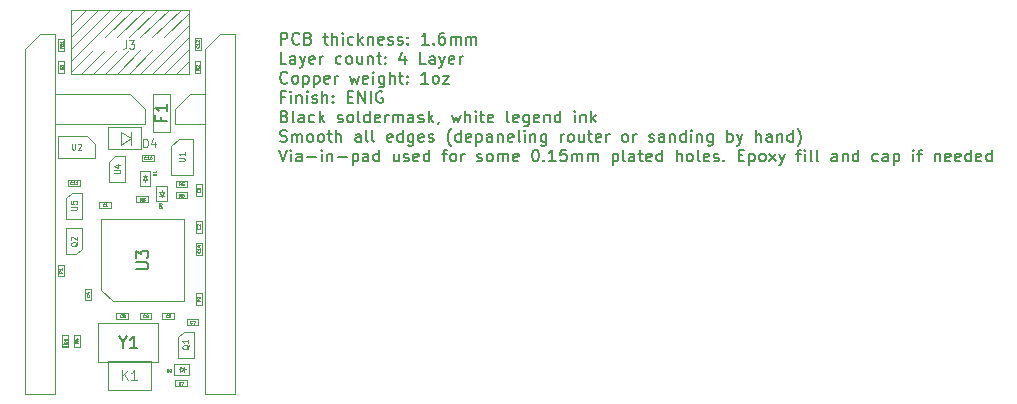
<source format=gbr>
%TF.GenerationSoftware,KiCad,Pcbnew,(5.1.6-0-10_14)*%
%TF.CreationDate,2022-02-25T19:50:12-06:00*%
%TF.ProjectId,Bonsai_C4,426f6e73-6169-45f4-9334-2e6b69636164,rev?*%
%TF.SameCoordinates,Original*%
%TF.FileFunction,Other,Fab,Top*%
%FSLAX46Y46*%
G04 Gerber Fmt 4.6, Leading zero omitted, Abs format (unit mm)*
G04 Created by KiCad (PCBNEW (5.1.6-0-10_14)) date 2022-02-25 19:50:12*
%MOMM*%
%LPD*%
G01*
G04 APERTURE LIST*
%ADD10C,0.150000*%
%ADD11C,0.100000*%
%ADD12C,0.120000*%
%ADD13C,0.050000*%
%ADD14C,0.025400*%
%ADD15C,0.066040*%
%ADD16C,0.040000*%
%ADD17C,0.075000*%
%ADD18C,0.063500*%
G04 APERTURE END LIST*
D10*
X120395595Y-99642380D02*
X120395595Y-98642380D01*
X120776547Y-98642380D01*
X120871785Y-98690000D01*
X120919404Y-98737619D01*
X120967023Y-98832857D01*
X120967023Y-98975714D01*
X120919404Y-99070952D01*
X120871785Y-99118571D01*
X120776547Y-99166190D01*
X120395595Y-99166190D01*
X121967023Y-99547142D02*
X121919404Y-99594761D01*
X121776547Y-99642380D01*
X121681309Y-99642380D01*
X121538452Y-99594761D01*
X121443214Y-99499523D01*
X121395595Y-99404285D01*
X121347976Y-99213809D01*
X121347976Y-99070952D01*
X121395595Y-98880476D01*
X121443214Y-98785238D01*
X121538452Y-98690000D01*
X121681309Y-98642380D01*
X121776547Y-98642380D01*
X121919404Y-98690000D01*
X121967023Y-98737619D01*
X122728928Y-99118571D02*
X122871785Y-99166190D01*
X122919404Y-99213809D01*
X122967023Y-99309047D01*
X122967023Y-99451904D01*
X122919404Y-99547142D01*
X122871785Y-99594761D01*
X122776547Y-99642380D01*
X122395595Y-99642380D01*
X122395595Y-98642380D01*
X122728928Y-98642380D01*
X122824166Y-98690000D01*
X122871785Y-98737619D01*
X122919404Y-98832857D01*
X122919404Y-98928095D01*
X122871785Y-99023333D01*
X122824166Y-99070952D01*
X122728928Y-99118571D01*
X122395595Y-99118571D01*
X124014642Y-98975714D02*
X124395595Y-98975714D01*
X124157500Y-98642380D02*
X124157500Y-99499523D01*
X124205119Y-99594761D01*
X124300357Y-99642380D01*
X124395595Y-99642380D01*
X124728928Y-99642380D02*
X124728928Y-98642380D01*
X125157500Y-99642380D02*
X125157500Y-99118571D01*
X125109880Y-99023333D01*
X125014642Y-98975714D01*
X124871785Y-98975714D01*
X124776547Y-99023333D01*
X124728928Y-99070952D01*
X125633690Y-99642380D02*
X125633690Y-98975714D01*
X125633690Y-98642380D02*
X125586071Y-98690000D01*
X125633690Y-98737619D01*
X125681309Y-98690000D01*
X125633690Y-98642380D01*
X125633690Y-98737619D01*
X126538452Y-99594761D02*
X126443214Y-99642380D01*
X126252738Y-99642380D01*
X126157500Y-99594761D01*
X126109880Y-99547142D01*
X126062261Y-99451904D01*
X126062261Y-99166190D01*
X126109880Y-99070952D01*
X126157500Y-99023333D01*
X126252738Y-98975714D01*
X126443214Y-98975714D01*
X126538452Y-99023333D01*
X126967023Y-99642380D02*
X126967023Y-98642380D01*
X127062261Y-99261428D02*
X127347976Y-99642380D01*
X127347976Y-98975714D02*
X126967023Y-99356666D01*
X127776547Y-98975714D02*
X127776547Y-99642380D01*
X127776547Y-99070952D02*
X127824166Y-99023333D01*
X127919404Y-98975714D01*
X128062261Y-98975714D01*
X128157500Y-99023333D01*
X128205119Y-99118571D01*
X128205119Y-99642380D01*
X129062261Y-99594761D02*
X128967023Y-99642380D01*
X128776547Y-99642380D01*
X128681309Y-99594761D01*
X128633690Y-99499523D01*
X128633690Y-99118571D01*
X128681309Y-99023333D01*
X128776547Y-98975714D01*
X128967023Y-98975714D01*
X129062261Y-99023333D01*
X129109880Y-99118571D01*
X129109880Y-99213809D01*
X128633690Y-99309047D01*
X129490833Y-99594761D02*
X129586071Y-99642380D01*
X129776547Y-99642380D01*
X129871785Y-99594761D01*
X129919404Y-99499523D01*
X129919404Y-99451904D01*
X129871785Y-99356666D01*
X129776547Y-99309047D01*
X129633690Y-99309047D01*
X129538452Y-99261428D01*
X129490833Y-99166190D01*
X129490833Y-99118571D01*
X129538452Y-99023333D01*
X129633690Y-98975714D01*
X129776547Y-98975714D01*
X129871785Y-99023333D01*
X130300357Y-99594761D02*
X130395595Y-99642380D01*
X130586071Y-99642380D01*
X130681309Y-99594761D01*
X130728928Y-99499523D01*
X130728928Y-99451904D01*
X130681309Y-99356666D01*
X130586071Y-99309047D01*
X130443214Y-99309047D01*
X130347976Y-99261428D01*
X130300357Y-99166190D01*
X130300357Y-99118571D01*
X130347976Y-99023333D01*
X130443214Y-98975714D01*
X130586071Y-98975714D01*
X130681309Y-99023333D01*
X131157500Y-99547142D02*
X131205119Y-99594761D01*
X131157500Y-99642380D01*
X131109880Y-99594761D01*
X131157500Y-99547142D01*
X131157500Y-99642380D01*
X131157500Y-99023333D02*
X131205119Y-99070952D01*
X131157500Y-99118571D01*
X131109880Y-99070952D01*
X131157500Y-99023333D01*
X131157500Y-99118571D01*
X132919404Y-99642380D02*
X132347976Y-99642380D01*
X132633690Y-99642380D02*
X132633690Y-98642380D01*
X132538452Y-98785238D01*
X132443214Y-98880476D01*
X132347976Y-98928095D01*
X133347976Y-99547142D02*
X133395595Y-99594761D01*
X133347976Y-99642380D01*
X133300357Y-99594761D01*
X133347976Y-99547142D01*
X133347976Y-99642380D01*
X134252738Y-98642380D02*
X134062261Y-98642380D01*
X133967023Y-98690000D01*
X133919404Y-98737619D01*
X133824166Y-98880476D01*
X133776547Y-99070952D01*
X133776547Y-99451904D01*
X133824166Y-99547142D01*
X133871785Y-99594761D01*
X133967023Y-99642380D01*
X134157500Y-99642380D01*
X134252738Y-99594761D01*
X134300357Y-99547142D01*
X134347976Y-99451904D01*
X134347976Y-99213809D01*
X134300357Y-99118571D01*
X134252738Y-99070952D01*
X134157500Y-99023333D01*
X133967023Y-99023333D01*
X133871785Y-99070952D01*
X133824166Y-99118571D01*
X133776547Y-99213809D01*
X134776547Y-99642380D02*
X134776547Y-98975714D01*
X134776547Y-99070952D02*
X134824166Y-99023333D01*
X134919404Y-98975714D01*
X135062261Y-98975714D01*
X135157500Y-99023333D01*
X135205119Y-99118571D01*
X135205119Y-99642380D01*
X135205119Y-99118571D02*
X135252738Y-99023333D01*
X135347976Y-98975714D01*
X135490833Y-98975714D01*
X135586071Y-99023333D01*
X135633690Y-99118571D01*
X135633690Y-99642380D01*
X136109880Y-99642380D02*
X136109880Y-98975714D01*
X136109880Y-99070952D02*
X136157500Y-99023333D01*
X136252738Y-98975714D01*
X136395595Y-98975714D01*
X136490833Y-99023333D01*
X136538452Y-99118571D01*
X136538452Y-99642380D01*
X136538452Y-99118571D02*
X136586071Y-99023333D01*
X136681309Y-98975714D01*
X136824166Y-98975714D01*
X136919404Y-99023333D01*
X136967023Y-99118571D01*
X136967023Y-99642380D01*
X120871785Y-101292380D02*
X120395595Y-101292380D01*
X120395595Y-100292380D01*
X121633690Y-101292380D02*
X121633690Y-100768571D01*
X121586071Y-100673333D01*
X121490833Y-100625714D01*
X121300357Y-100625714D01*
X121205119Y-100673333D01*
X121633690Y-101244761D02*
X121538452Y-101292380D01*
X121300357Y-101292380D01*
X121205119Y-101244761D01*
X121157500Y-101149523D01*
X121157500Y-101054285D01*
X121205119Y-100959047D01*
X121300357Y-100911428D01*
X121538452Y-100911428D01*
X121633690Y-100863809D01*
X122014642Y-100625714D02*
X122252738Y-101292380D01*
X122490833Y-100625714D02*
X122252738Y-101292380D01*
X122157500Y-101530476D01*
X122109880Y-101578095D01*
X122014642Y-101625714D01*
X123252738Y-101244761D02*
X123157500Y-101292380D01*
X122967023Y-101292380D01*
X122871785Y-101244761D01*
X122824166Y-101149523D01*
X122824166Y-100768571D01*
X122871785Y-100673333D01*
X122967023Y-100625714D01*
X123157500Y-100625714D01*
X123252738Y-100673333D01*
X123300357Y-100768571D01*
X123300357Y-100863809D01*
X122824166Y-100959047D01*
X123728928Y-101292380D02*
X123728928Y-100625714D01*
X123728928Y-100816190D02*
X123776547Y-100720952D01*
X123824166Y-100673333D01*
X123919404Y-100625714D01*
X124014642Y-100625714D01*
X125538452Y-101244761D02*
X125443214Y-101292380D01*
X125252738Y-101292380D01*
X125157500Y-101244761D01*
X125109880Y-101197142D01*
X125062261Y-101101904D01*
X125062261Y-100816190D01*
X125109880Y-100720952D01*
X125157500Y-100673333D01*
X125252738Y-100625714D01*
X125443214Y-100625714D01*
X125538452Y-100673333D01*
X126109880Y-101292380D02*
X126014642Y-101244761D01*
X125967023Y-101197142D01*
X125919404Y-101101904D01*
X125919404Y-100816190D01*
X125967023Y-100720952D01*
X126014642Y-100673333D01*
X126109880Y-100625714D01*
X126252738Y-100625714D01*
X126347976Y-100673333D01*
X126395595Y-100720952D01*
X126443214Y-100816190D01*
X126443214Y-101101904D01*
X126395595Y-101197142D01*
X126347976Y-101244761D01*
X126252738Y-101292380D01*
X126109880Y-101292380D01*
X127300357Y-100625714D02*
X127300357Y-101292380D01*
X126871785Y-100625714D02*
X126871785Y-101149523D01*
X126919404Y-101244761D01*
X127014642Y-101292380D01*
X127157500Y-101292380D01*
X127252738Y-101244761D01*
X127300357Y-101197142D01*
X127776547Y-100625714D02*
X127776547Y-101292380D01*
X127776547Y-100720952D02*
X127824166Y-100673333D01*
X127919404Y-100625714D01*
X128062261Y-100625714D01*
X128157500Y-100673333D01*
X128205119Y-100768571D01*
X128205119Y-101292380D01*
X128538452Y-100625714D02*
X128919404Y-100625714D01*
X128681309Y-100292380D02*
X128681309Y-101149523D01*
X128728928Y-101244761D01*
X128824166Y-101292380D01*
X128919404Y-101292380D01*
X129252738Y-101197142D02*
X129300357Y-101244761D01*
X129252738Y-101292380D01*
X129205119Y-101244761D01*
X129252738Y-101197142D01*
X129252738Y-101292380D01*
X129252738Y-100673333D02*
X129300357Y-100720952D01*
X129252738Y-100768571D01*
X129205119Y-100720952D01*
X129252738Y-100673333D01*
X129252738Y-100768571D01*
X130919404Y-100625714D02*
X130919404Y-101292380D01*
X130681309Y-100244761D02*
X130443214Y-100959047D01*
X131062261Y-100959047D01*
X132681309Y-101292380D02*
X132205119Y-101292380D01*
X132205119Y-100292380D01*
X133443214Y-101292380D02*
X133443214Y-100768571D01*
X133395595Y-100673333D01*
X133300357Y-100625714D01*
X133109880Y-100625714D01*
X133014642Y-100673333D01*
X133443214Y-101244761D02*
X133347976Y-101292380D01*
X133109880Y-101292380D01*
X133014642Y-101244761D01*
X132967023Y-101149523D01*
X132967023Y-101054285D01*
X133014642Y-100959047D01*
X133109880Y-100911428D01*
X133347976Y-100911428D01*
X133443214Y-100863809D01*
X133824166Y-100625714D02*
X134062261Y-101292380D01*
X134300357Y-100625714D02*
X134062261Y-101292380D01*
X133967023Y-101530476D01*
X133919404Y-101578095D01*
X133824166Y-101625714D01*
X135062261Y-101244761D02*
X134967023Y-101292380D01*
X134776547Y-101292380D01*
X134681309Y-101244761D01*
X134633690Y-101149523D01*
X134633690Y-100768571D01*
X134681309Y-100673333D01*
X134776547Y-100625714D01*
X134967023Y-100625714D01*
X135062261Y-100673333D01*
X135109880Y-100768571D01*
X135109880Y-100863809D01*
X134633690Y-100959047D01*
X135538452Y-101292380D02*
X135538452Y-100625714D01*
X135538452Y-100816190D02*
X135586071Y-100720952D01*
X135633690Y-100673333D01*
X135728928Y-100625714D01*
X135824166Y-100625714D01*
X120967023Y-102847142D02*
X120919404Y-102894761D01*
X120776547Y-102942380D01*
X120681309Y-102942380D01*
X120538452Y-102894761D01*
X120443214Y-102799523D01*
X120395595Y-102704285D01*
X120347976Y-102513809D01*
X120347976Y-102370952D01*
X120395595Y-102180476D01*
X120443214Y-102085238D01*
X120538452Y-101990000D01*
X120681309Y-101942380D01*
X120776547Y-101942380D01*
X120919404Y-101990000D01*
X120967023Y-102037619D01*
X121538452Y-102942380D02*
X121443214Y-102894761D01*
X121395595Y-102847142D01*
X121347976Y-102751904D01*
X121347976Y-102466190D01*
X121395595Y-102370952D01*
X121443214Y-102323333D01*
X121538452Y-102275714D01*
X121681309Y-102275714D01*
X121776547Y-102323333D01*
X121824166Y-102370952D01*
X121871785Y-102466190D01*
X121871785Y-102751904D01*
X121824166Y-102847142D01*
X121776547Y-102894761D01*
X121681309Y-102942380D01*
X121538452Y-102942380D01*
X122300357Y-102275714D02*
X122300357Y-103275714D01*
X122300357Y-102323333D02*
X122395595Y-102275714D01*
X122586071Y-102275714D01*
X122681309Y-102323333D01*
X122728928Y-102370952D01*
X122776547Y-102466190D01*
X122776547Y-102751904D01*
X122728928Y-102847142D01*
X122681309Y-102894761D01*
X122586071Y-102942380D01*
X122395595Y-102942380D01*
X122300357Y-102894761D01*
X123205119Y-102275714D02*
X123205119Y-103275714D01*
X123205119Y-102323333D02*
X123300357Y-102275714D01*
X123490833Y-102275714D01*
X123586071Y-102323333D01*
X123633690Y-102370952D01*
X123681309Y-102466190D01*
X123681309Y-102751904D01*
X123633690Y-102847142D01*
X123586071Y-102894761D01*
X123490833Y-102942380D01*
X123300357Y-102942380D01*
X123205119Y-102894761D01*
X124490833Y-102894761D02*
X124395595Y-102942380D01*
X124205119Y-102942380D01*
X124109880Y-102894761D01*
X124062261Y-102799523D01*
X124062261Y-102418571D01*
X124109880Y-102323333D01*
X124205119Y-102275714D01*
X124395595Y-102275714D01*
X124490833Y-102323333D01*
X124538452Y-102418571D01*
X124538452Y-102513809D01*
X124062261Y-102609047D01*
X124967023Y-102942380D02*
X124967023Y-102275714D01*
X124967023Y-102466190D02*
X125014642Y-102370952D01*
X125062261Y-102323333D01*
X125157500Y-102275714D01*
X125252738Y-102275714D01*
X126252738Y-102275714D02*
X126443214Y-102942380D01*
X126633690Y-102466190D01*
X126824166Y-102942380D01*
X127014642Y-102275714D01*
X127776547Y-102894761D02*
X127681309Y-102942380D01*
X127490833Y-102942380D01*
X127395595Y-102894761D01*
X127347976Y-102799523D01*
X127347976Y-102418571D01*
X127395595Y-102323333D01*
X127490833Y-102275714D01*
X127681309Y-102275714D01*
X127776547Y-102323333D01*
X127824166Y-102418571D01*
X127824166Y-102513809D01*
X127347976Y-102609047D01*
X128252738Y-102942380D02*
X128252738Y-102275714D01*
X128252738Y-101942380D02*
X128205119Y-101990000D01*
X128252738Y-102037619D01*
X128300357Y-101990000D01*
X128252738Y-101942380D01*
X128252738Y-102037619D01*
X129157500Y-102275714D02*
X129157500Y-103085238D01*
X129109880Y-103180476D01*
X129062261Y-103228095D01*
X128967023Y-103275714D01*
X128824166Y-103275714D01*
X128728928Y-103228095D01*
X129157500Y-102894761D02*
X129062261Y-102942380D01*
X128871785Y-102942380D01*
X128776547Y-102894761D01*
X128728928Y-102847142D01*
X128681309Y-102751904D01*
X128681309Y-102466190D01*
X128728928Y-102370952D01*
X128776547Y-102323333D01*
X128871785Y-102275714D01*
X129062261Y-102275714D01*
X129157500Y-102323333D01*
X129633690Y-102942380D02*
X129633690Y-101942380D01*
X130062261Y-102942380D02*
X130062261Y-102418571D01*
X130014642Y-102323333D01*
X129919404Y-102275714D01*
X129776547Y-102275714D01*
X129681309Y-102323333D01*
X129633690Y-102370952D01*
X130395595Y-102275714D02*
X130776547Y-102275714D01*
X130538452Y-101942380D02*
X130538452Y-102799523D01*
X130586071Y-102894761D01*
X130681309Y-102942380D01*
X130776547Y-102942380D01*
X131109880Y-102847142D02*
X131157500Y-102894761D01*
X131109880Y-102942380D01*
X131062261Y-102894761D01*
X131109880Y-102847142D01*
X131109880Y-102942380D01*
X131109880Y-102323333D02*
X131157500Y-102370952D01*
X131109880Y-102418571D01*
X131062261Y-102370952D01*
X131109880Y-102323333D01*
X131109880Y-102418571D01*
X132871785Y-102942380D02*
X132300357Y-102942380D01*
X132586071Y-102942380D02*
X132586071Y-101942380D01*
X132490833Y-102085238D01*
X132395595Y-102180476D01*
X132300357Y-102228095D01*
X133443214Y-102942380D02*
X133347976Y-102894761D01*
X133300357Y-102847142D01*
X133252738Y-102751904D01*
X133252738Y-102466190D01*
X133300357Y-102370952D01*
X133347976Y-102323333D01*
X133443214Y-102275714D01*
X133586071Y-102275714D01*
X133681309Y-102323333D01*
X133728928Y-102370952D01*
X133776547Y-102466190D01*
X133776547Y-102751904D01*
X133728928Y-102847142D01*
X133681309Y-102894761D01*
X133586071Y-102942380D01*
X133443214Y-102942380D01*
X134109880Y-102275714D02*
X134633690Y-102275714D01*
X134109880Y-102942380D01*
X134633690Y-102942380D01*
X120728928Y-104068571D02*
X120395595Y-104068571D01*
X120395595Y-104592380D02*
X120395595Y-103592380D01*
X120871785Y-103592380D01*
X121252738Y-104592380D02*
X121252738Y-103925714D01*
X121252738Y-103592380D02*
X121205119Y-103640000D01*
X121252738Y-103687619D01*
X121300357Y-103640000D01*
X121252738Y-103592380D01*
X121252738Y-103687619D01*
X121728928Y-103925714D02*
X121728928Y-104592380D01*
X121728928Y-104020952D02*
X121776547Y-103973333D01*
X121871785Y-103925714D01*
X122014642Y-103925714D01*
X122109880Y-103973333D01*
X122157500Y-104068571D01*
X122157500Y-104592380D01*
X122633690Y-104592380D02*
X122633690Y-103925714D01*
X122633690Y-103592380D02*
X122586071Y-103640000D01*
X122633690Y-103687619D01*
X122681309Y-103640000D01*
X122633690Y-103592380D01*
X122633690Y-103687619D01*
X123062261Y-104544761D02*
X123157500Y-104592380D01*
X123347976Y-104592380D01*
X123443214Y-104544761D01*
X123490833Y-104449523D01*
X123490833Y-104401904D01*
X123443214Y-104306666D01*
X123347976Y-104259047D01*
X123205119Y-104259047D01*
X123109880Y-104211428D01*
X123062261Y-104116190D01*
X123062261Y-104068571D01*
X123109880Y-103973333D01*
X123205119Y-103925714D01*
X123347976Y-103925714D01*
X123443214Y-103973333D01*
X123919404Y-104592380D02*
X123919404Y-103592380D01*
X124347976Y-104592380D02*
X124347976Y-104068571D01*
X124300357Y-103973333D01*
X124205119Y-103925714D01*
X124062261Y-103925714D01*
X123967023Y-103973333D01*
X123919404Y-104020952D01*
X124824166Y-104497142D02*
X124871785Y-104544761D01*
X124824166Y-104592380D01*
X124776547Y-104544761D01*
X124824166Y-104497142D01*
X124824166Y-104592380D01*
X124824166Y-103973333D02*
X124871785Y-104020952D01*
X124824166Y-104068571D01*
X124776547Y-104020952D01*
X124824166Y-103973333D01*
X124824166Y-104068571D01*
X126062261Y-104068571D02*
X126395595Y-104068571D01*
X126538452Y-104592380D02*
X126062261Y-104592380D01*
X126062261Y-103592380D01*
X126538452Y-103592380D01*
X126967023Y-104592380D02*
X126967023Y-103592380D01*
X127538452Y-104592380D01*
X127538452Y-103592380D01*
X128014642Y-104592380D02*
X128014642Y-103592380D01*
X129014642Y-103640000D02*
X128919404Y-103592380D01*
X128776547Y-103592380D01*
X128633690Y-103640000D01*
X128538452Y-103735238D01*
X128490833Y-103830476D01*
X128443214Y-104020952D01*
X128443214Y-104163809D01*
X128490833Y-104354285D01*
X128538452Y-104449523D01*
X128633690Y-104544761D01*
X128776547Y-104592380D01*
X128871785Y-104592380D01*
X129014642Y-104544761D01*
X129062261Y-104497142D01*
X129062261Y-104163809D01*
X128871785Y-104163809D01*
X120728928Y-105718571D02*
X120871785Y-105766190D01*
X120919404Y-105813809D01*
X120967023Y-105909047D01*
X120967023Y-106051904D01*
X120919404Y-106147142D01*
X120871785Y-106194761D01*
X120776547Y-106242380D01*
X120395595Y-106242380D01*
X120395595Y-105242380D01*
X120728928Y-105242380D01*
X120824166Y-105290000D01*
X120871785Y-105337619D01*
X120919404Y-105432857D01*
X120919404Y-105528095D01*
X120871785Y-105623333D01*
X120824166Y-105670952D01*
X120728928Y-105718571D01*
X120395595Y-105718571D01*
X121538452Y-106242380D02*
X121443214Y-106194761D01*
X121395595Y-106099523D01*
X121395595Y-105242380D01*
X122347976Y-106242380D02*
X122347976Y-105718571D01*
X122300357Y-105623333D01*
X122205119Y-105575714D01*
X122014642Y-105575714D01*
X121919404Y-105623333D01*
X122347976Y-106194761D02*
X122252738Y-106242380D01*
X122014642Y-106242380D01*
X121919404Y-106194761D01*
X121871785Y-106099523D01*
X121871785Y-106004285D01*
X121919404Y-105909047D01*
X122014642Y-105861428D01*
X122252738Y-105861428D01*
X122347976Y-105813809D01*
X123252738Y-106194761D02*
X123157500Y-106242380D01*
X122967023Y-106242380D01*
X122871785Y-106194761D01*
X122824166Y-106147142D01*
X122776547Y-106051904D01*
X122776547Y-105766190D01*
X122824166Y-105670952D01*
X122871785Y-105623333D01*
X122967023Y-105575714D01*
X123157500Y-105575714D01*
X123252738Y-105623333D01*
X123681309Y-106242380D02*
X123681309Y-105242380D01*
X123776547Y-105861428D02*
X124062261Y-106242380D01*
X124062261Y-105575714D02*
X123681309Y-105956666D01*
X125205119Y-106194761D02*
X125300357Y-106242380D01*
X125490833Y-106242380D01*
X125586071Y-106194761D01*
X125633690Y-106099523D01*
X125633690Y-106051904D01*
X125586071Y-105956666D01*
X125490833Y-105909047D01*
X125347976Y-105909047D01*
X125252738Y-105861428D01*
X125205119Y-105766190D01*
X125205119Y-105718571D01*
X125252738Y-105623333D01*
X125347976Y-105575714D01*
X125490833Y-105575714D01*
X125586071Y-105623333D01*
X126205119Y-106242380D02*
X126109880Y-106194761D01*
X126062261Y-106147142D01*
X126014642Y-106051904D01*
X126014642Y-105766190D01*
X126062261Y-105670952D01*
X126109880Y-105623333D01*
X126205119Y-105575714D01*
X126347976Y-105575714D01*
X126443214Y-105623333D01*
X126490833Y-105670952D01*
X126538452Y-105766190D01*
X126538452Y-106051904D01*
X126490833Y-106147142D01*
X126443214Y-106194761D01*
X126347976Y-106242380D01*
X126205119Y-106242380D01*
X127109880Y-106242380D02*
X127014642Y-106194761D01*
X126967023Y-106099523D01*
X126967023Y-105242380D01*
X127919404Y-106242380D02*
X127919404Y-105242380D01*
X127919404Y-106194761D02*
X127824166Y-106242380D01*
X127633690Y-106242380D01*
X127538452Y-106194761D01*
X127490833Y-106147142D01*
X127443214Y-106051904D01*
X127443214Y-105766190D01*
X127490833Y-105670952D01*
X127538452Y-105623333D01*
X127633690Y-105575714D01*
X127824166Y-105575714D01*
X127919404Y-105623333D01*
X128776547Y-106194761D02*
X128681309Y-106242380D01*
X128490833Y-106242380D01*
X128395595Y-106194761D01*
X128347976Y-106099523D01*
X128347976Y-105718571D01*
X128395595Y-105623333D01*
X128490833Y-105575714D01*
X128681309Y-105575714D01*
X128776547Y-105623333D01*
X128824166Y-105718571D01*
X128824166Y-105813809D01*
X128347976Y-105909047D01*
X129252738Y-106242380D02*
X129252738Y-105575714D01*
X129252738Y-105766190D02*
X129300357Y-105670952D01*
X129347976Y-105623333D01*
X129443214Y-105575714D01*
X129538452Y-105575714D01*
X129871785Y-106242380D02*
X129871785Y-105575714D01*
X129871785Y-105670952D02*
X129919404Y-105623333D01*
X130014642Y-105575714D01*
X130157500Y-105575714D01*
X130252738Y-105623333D01*
X130300357Y-105718571D01*
X130300357Y-106242380D01*
X130300357Y-105718571D02*
X130347976Y-105623333D01*
X130443214Y-105575714D01*
X130586071Y-105575714D01*
X130681309Y-105623333D01*
X130728928Y-105718571D01*
X130728928Y-106242380D01*
X131633690Y-106242380D02*
X131633690Y-105718571D01*
X131586071Y-105623333D01*
X131490833Y-105575714D01*
X131300357Y-105575714D01*
X131205119Y-105623333D01*
X131633690Y-106194761D02*
X131538452Y-106242380D01*
X131300357Y-106242380D01*
X131205119Y-106194761D01*
X131157500Y-106099523D01*
X131157500Y-106004285D01*
X131205119Y-105909047D01*
X131300357Y-105861428D01*
X131538452Y-105861428D01*
X131633690Y-105813809D01*
X132062261Y-106194761D02*
X132157500Y-106242380D01*
X132347976Y-106242380D01*
X132443214Y-106194761D01*
X132490833Y-106099523D01*
X132490833Y-106051904D01*
X132443214Y-105956666D01*
X132347976Y-105909047D01*
X132205119Y-105909047D01*
X132109880Y-105861428D01*
X132062261Y-105766190D01*
X132062261Y-105718571D01*
X132109880Y-105623333D01*
X132205119Y-105575714D01*
X132347976Y-105575714D01*
X132443214Y-105623333D01*
X132919404Y-106242380D02*
X132919404Y-105242380D01*
X133014642Y-105861428D02*
X133300357Y-106242380D01*
X133300357Y-105575714D02*
X132919404Y-105956666D01*
X133776547Y-106194761D02*
X133776547Y-106242380D01*
X133728928Y-106337619D01*
X133681309Y-106385238D01*
X134871785Y-105575714D02*
X135062261Y-106242380D01*
X135252738Y-105766190D01*
X135443214Y-106242380D01*
X135633690Y-105575714D01*
X136014642Y-106242380D02*
X136014642Y-105242380D01*
X136443214Y-106242380D02*
X136443214Y-105718571D01*
X136395595Y-105623333D01*
X136300357Y-105575714D01*
X136157500Y-105575714D01*
X136062261Y-105623333D01*
X136014642Y-105670952D01*
X136919404Y-106242380D02*
X136919404Y-105575714D01*
X136919404Y-105242380D02*
X136871785Y-105290000D01*
X136919404Y-105337619D01*
X136967023Y-105290000D01*
X136919404Y-105242380D01*
X136919404Y-105337619D01*
X137252738Y-105575714D02*
X137633690Y-105575714D01*
X137395595Y-105242380D02*
X137395595Y-106099523D01*
X137443214Y-106194761D01*
X137538452Y-106242380D01*
X137633690Y-106242380D01*
X138347976Y-106194761D02*
X138252738Y-106242380D01*
X138062261Y-106242380D01*
X137967023Y-106194761D01*
X137919404Y-106099523D01*
X137919404Y-105718571D01*
X137967023Y-105623333D01*
X138062261Y-105575714D01*
X138252738Y-105575714D01*
X138347976Y-105623333D01*
X138395595Y-105718571D01*
X138395595Y-105813809D01*
X137919404Y-105909047D01*
X139728928Y-106242380D02*
X139633690Y-106194761D01*
X139586071Y-106099523D01*
X139586071Y-105242380D01*
X140490833Y-106194761D02*
X140395595Y-106242380D01*
X140205119Y-106242380D01*
X140109880Y-106194761D01*
X140062261Y-106099523D01*
X140062261Y-105718571D01*
X140109880Y-105623333D01*
X140205119Y-105575714D01*
X140395595Y-105575714D01*
X140490833Y-105623333D01*
X140538452Y-105718571D01*
X140538452Y-105813809D01*
X140062261Y-105909047D01*
X141395595Y-105575714D02*
X141395595Y-106385238D01*
X141347976Y-106480476D01*
X141300357Y-106528095D01*
X141205119Y-106575714D01*
X141062261Y-106575714D01*
X140967023Y-106528095D01*
X141395595Y-106194761D02*
X141300357Y-106242380D01*
X141109880Y-106242380D01*
X141014642Y-106194761D01*
X140967023Y-106147142D01*
X140919404Y-106051904D01*
X140919404Y-105766190D01*
X140967023Y-105670952D01*
X141014642Y-105623333D01*
X141109880Y-105575714D01*
X141300357Y-105575714D01*
X141395595Y-105623333D01*
X142252738Y-106194761D02*
X142157500Y-106242380D01*
X141967023Y-106242380D01*
X141871785Y-106194761D01*
X141824166Y-106099523D01*
X141824166Y-105718571D01*
X141871785Y-105623333D01*
X141967023Y-105575714D01*
X142157500Y-105575714D01*
X142252738Y-105623333D01*
X142300357Y-105718571D01*
X142300357Y-105813809D01*
X141824166Y-105909047D01*
X142728928Y-105575714D02*
X142728928Y-106242380D01*
X142728928Y-105670952D02*
X142776547Y-105623333D01*
X142871785Y-105575714D01*
X143014642Y-105575714D01*
X143109880Y-105623333D01*
X143157500Y-105718571D01*
X143157500Y-106242380D01*
X144062261Y-106242380D02*
X144062261Y-105242380D01*
X144062261Y-106194761D02*
X143967023Y-106242380D01*
X143776547Y-106242380D01*
X143681309Y-106194761D01*
X143633690Y-106147142D01*
X143586071Y-106051904D01*
X143586071Y-105766190D01*
X143633690Y-105670952D01*
X143681309Y-105623333D01*
X143776547Y-105575714D01*
X143967023Y-105575714D01*
X144062261Y-105623333D01*
X145300357Y-106242380D02*
X145300357Y-105575714D01*
X145300357Y-105242380D02*
X145252738Y-105290000D01*
X145300357Y-105337619D01*
X145347976Y-105290000D01*
X145300357Y-105242380D01*
X145300357Y-105337619D01*
X145776547Y-105575714D02*
X145776547Y-106242380D01*
X145776547Y-105670952D02*
X145824166Y-105623333D01*
X145919404Y-105575714D01*
X146062261Y-105575714D01*
X146157500Y-105623333D01*
X146205119Y-105718571D01*
X146205119Y-106242380D01*
X146681309Y-106242380D02*
X146681309Y-105242380D01*
X146776547Y-105861428D02*
X147062261Y-106242380D01*
X147062261Y-105575714D02*
X146681309Y-105956666D01*
X120347976Y-107844761D02*
X120490833Y-107892380D01*
X120728928Y-107892380D01*
X120824166Y-107844761D01*
X120871785Y-107797142D01*
X120919404Y-107701904D01*
X120919404Y-107606666D01*
X120871785Y-107511428D01*
X120824166Y-107463809D01*
X120728928Y-107416190D01*
X120538452Y-107368571D01*
X120443214Y-107320952D01*
X120395595Y-107273333D01*
X120347976Y-107178095D01*
X120347976Y-107082857D01*
X120395595Y-106987619D01*
X120443214Y-106940000D01*
X120538452Y-106892380D01*
X120776547Y-106892380D01*
X120919404Y-106940000D01*
X121347976Y-107892380D02*
X121347976Y-107225714D01*
X121347976Y-107320952D02*
X121395595Y-107273333D01*
X121490833Y-107225714D01*
X121633690Y-107225714D01*
X121728928Y-107273333D01*
X121776547Y-107368571D01*
X121776547Y-107892380D01*
X121776547Y-107368571D02*
X121824166Y-107273333D01*
X121919404Y-107225714D01*
X122062261Y-107225714D01*
X122157500Y-107273333D01*
X122205119Y-107368571D01*
X122205119Y-107892380D01*
X122824166Y-107892380D02*
X122728928Y-107844761D01*
X122681309Y-107797142D01*
X122633690Y-107701904D01*
X122633690Y-107416190D01*
X122681309Y-107320952D01*
X122728928Y-107273333D01*
X122824166Y-107225714D01*
X122967023Y-107225714D01*
X123062261Y-107273333D01*
X123109880Y-107320952D01*
X123157500Y-107416190D01*
X123157500Y-107701904D01*
X123109880Y-107797142D01*
X123062261Y-107844761D01*
X122967023Y-107892380D01*
X122824166Y-107892380D01*
X123728928Y-107892380D02*
X123633690Y-107844761D01*
X123586071Y-107797142D01*
X123538452Y-107701904D01*
X123538452Y-107416190D01*
X123586071Y-107320952D01*
X123633690Y-107273333D01*
X123728928Y-107225714D01*
X123871785Y-107225714D01*
X123967023Y-107273333D01*
X124014642Y-107320952D01*
X124062261Y-107416190D01*
X124062261Y-107701904D01*
X124014642Y-107797142D01*
X123967023Y-107844761D01*
X123871785Y-107892380D01*
X123728928Y-107892380D01*
X124347976Y-107225714D02*
X124728928Y-107225714D01*
X124490833Y-106892380D02*
X124490833Y-107749523D01*
X124538452Y-107844761D01*
X124633690Y-107892380D01*
X124728928Y-107892380D01*
X125062261Y-107892380D02*
X125062261Y-106892380D01*
X125490833Y-107892380D02*
X125490833Y-107368571D01*
X125443214Y-107273333D01*
X125347976Y-107225714D01*
X125205119Y-107225714D01*
X125109880Y-107273333D01*
X125062261Y-107320952D01*
X127157500Y-107892380D02*
X127157500Y-107368571D01*
X127109880Y-107273333D01*
X127014642Y-107225714D01*
X126824166Y-107225714D01*
X126728928Y-107273333D01*
X127157500Y-107844761D02*
X127062261Y-107892380D01*
X126824166Y-107892380D01*
X126728928Y-107844761D01*
X126681309Y-107749523D01*
X126681309Y-107654285D01*
X126728928Y-107559047D01*
X126824166Y-107511428D01*
X127062261Y-107511428D01*
X127157500Y-107463809D01*
X127776547Y-107892380D02*
X127681309Y-107844761D01*
X127633690Y-107749523D01*
X127633690Y-106892380D01*
X128300357Y-107892380D02*
X128205119Y-107844761D01*
X128157500Y-107749523D01*
X128157500Y-106892380D01*
X129824166Y-107844761D02*
X129728928Y-107892380D01*
X129538452Y-107892380D01*
X129443214Y-107844761D01*
X129395595Y-107749523D01*
X129395595Y-107368571D01*
X129443214Y-107273333D01*
X129538452Y-107225714D01*
X129728928Y-107225714D01*
X129824166Y-107273333D01*
X129871785Y-107368571D01*
X129871785Y-107463809D01*
X129395595Y-107559047D01*
X130728928Y-107892380D02*
X130728928Y-106892380D01*
X130728928Y-107844761D02*
X130633690Y-107892380D01*
X130443214Y-107892380D01*
X130347976Y-107844761D01*
X130300357Y-107797142D01*
X130252738Y-107701904D01*
X130252738Y-107416190D01*
X130300357Y-107320952D01*
X130347976Y-107273333D01*
X130443214Y-107225714D01*
X130633690Y-107225714D01*
X130728928Y-107273333D01*
X131633690Y-107225714D02*
X131633690Y-108035238D01*
X131586071Y-108130476D01*
X131538452Y-108178095D01*
X131443214Y-108225714D01*
X131300357Y-108225714D01*
X131205119Y-108178095D01*
X131633690Y-107844761D02*
X131538452Y-107892380D01*
X131347976Y-107892380D01*
X131252738Y-107844761D01*
X131205119Y-107797142D01*
X131157500Y-107701904D01*
X131157500Y-107416190D01*
X131205119Y-107320952D01*
X131252738Y-107273333D01*
X131347976Y-107225714D01*
X131538452Y-107225714D01*
X131633690Y-107273333D01*
X132490833Y-107844761D02*
X132395595Y-107892380D01*
X132205119Y-107892380D01*
X132109880Y-107844761D01*
X132062261Y-107749523D01*
X132062261Y-107368571D01*
X132109880Y-107273333D01*
X132205119Y-107225714D01*
X132395595Y-107225714D01*
X132490833Y-107273333D01*
X132538452Y-107368571D01*
X132538452Y-107463809D01*
X132062261Y-107559047D01*
X132919404Y-107844761D02*
X133014642Y-107892380D01*
X133205119Y-107892380D01*
X133300357Y-107844761D01*
X133347976Y-107749523D01*
X133347976Y-107701904D01*
X133300357Y-107606666D01*
X133205119Y-107559047D01*
X133062261Y-107559047D01*
X132967023Y-107511428D01*
X132919404Y-107416190D01*
X132919404Y-107368571D01*
X132967023Y-107273333D01*
X133062261Y-107225714D01*
X133205119Y-107225714D01*
X133300357Y-107273333D01*
X134824166Y-108273333D02*
X134776547Y-108225714D01*
X134681309Y-108082857D01*
X134633690Y-107987619D01*
X134586071Y-107844761D01*
X134538452Y-107606666D01*
X134538452Y-107416190D01*
X134586071Y-107178095D01*
X134633690Y-107035238D01*
X134681309Y-106940000D01*
X134776547Y-106797142D01*
X134824166Y-106749523D01*
X135633690Y-107892380D02*
X135633690Y-106892380D01*
X135633690Y-107844761D02*
X135538452Y-107892380D01*
X135347976Y-107892380D01*
X135252738Y-107844761D01*
X135205119Y-107797142D01*
X135157500Y-107701904D01*
X135157500Y-107416190D01*
X135205119Y-107320952D01*
X135252738Y-107273333D01*
X135347976Y-107225714D01*
X135538452Y-107225714D01*
X135633690Y-107273333D01*
X136490833Y-107844761D02*
X136395595Y-107892380D01*
X136205119Y-107892380D01*
X136109880Y-107844761D01*
X136062261Y-107749523D01*
X136062261Y-107368571D01*
X136109880Y-107273333D01*
X136205119Y-107225714D01*
X136395595Y-107225714D01*
X136490833Y-107273333D01*
X136538452Y-107368571D01*
X136538452Y-107463809D01*
X136062261Y-107559047D01*
X136967023Y-107225714D02*
X136967023Y-108225714D01*
X136967023Y-107273333D02*
X137062261Y-107225714D01*
X137252738Y-107225714D01*
X137347976Y-107273333D01*
X137395595Y-107320952D01*
X137443214Y-107416190D01*
X137443214Y-107701904D01*
X137395595Y-107797142D01*
X137347976Y-107844761D01*
X137252738Y-107892380D01*
X137062261Y-107892380D01*
X136967023Y-107844761D01*
X138300357Y-107892380D02*
X138300357Y-107368571D01*
X138252738Y-107273333D01*
X138157500Y-107225714D01*
X137967023Y-107225714D01*
X137871785Y-107273333D01*
X138300357Y-107844761D02*
X138205119Y-107892380D01*
X137967023Y-107892380D01*
X137871785Y-107844761D01*
X137824166Y-107749523D01*
X137824166Y-107654285D01*
X137871785Y-107559047D01*
X137967023Y-107511428D01*
X138205119Y-107511428D01*
X138300357Y-107463809D01*
X138776547Y-107225714D02*
X138776547Y-107892380D01*
X138776547Y-107320952D02*
X138824166Y-107273333D01*
X138919404Y-107225714D01*
X139062261Y-107225714D01*
X139157500Y-107273333D01*
X139205119Y-107368571D01*
X139205119Y-107892380D01*
X140062261Y-107844761D02*
X139967023Y-107892380D01*
X139776547Y-107892380D01*
X139681309Y-107844761D01*
X139633690Y-107749523D01*
X139633690Y-107368571D01*
X139681309Y-107273333D01*
X139776547Y-107225714D01*
X139967023Y-107225714D01*
X140062261Y-107273333D01*
X140109880Y-107368571D01*
X140109880Y-107463809D01*
X139633690Y-107559047D01*
X140681309Y-107892380D02*
X140586071Y-107844761D01*
X140538452Y-107749523D01*
X140538452Y-106892380D01*
X141062261Y-107892380D02*
X141062261Y-107225714D01*
X141062261Y-106892380D02*
X141014642Y-106940000D01*
X141062261Y-106987619D01*
X141109880Y-106940000D01*
X141062261Y-106892380D01*
X141062261Y-106987619D01*
X141538452Y-107225714D02*
X141538452Y-107892380D01*
X141538452Y-107320952D02*
X141586071Y-107273333D01*
X141681309Y-107225714D01*
X141824166Y-107225714D01*
X141919404Y-107273333D01*
X141967023Y-107368571D01*
X141967023Y-107892380D01*
X142871785Y-107225714D02*
X142871785Y-108035238D01*
X142824166Y-108130476D01*
X142776547Y-108178095D01*
X142681309Y-108225714D01*
X142538452Y-108225714D01*
X142443214Y-108178095D01*
X142871785Y-107844761D02*
X142776547Y-107892380D01*
X142586071Y-107892380D01*
X142490833Y-107844761D01*
X142443214Y-107797142D01*
X142395595Y-107701904D01*
X142395595Y-107416190D01*
X142443214Y-107320952D01*
X142490833Y-107273333D01*
X142586071Y-107225714D01*
X142776547Y-107225714D01*
X142871785Y-107273333D01*
X144109880Y-107892380D02*
X144109880Y-107225714D01*
X144109880Y-107416190D02*
X144157500Y-107320952D01*
X144205119Y-107273333D01*
X144300357Y-107225714D01*
X144395595Y-107225714D01*
X144871785Y-107892380D02*
X144776547Y-107844761D01*
X144728928Y-107797142D01*
X144681309Y-107701904D01*
X144681309Y-107416190D01*
X144728928Y-107320952D01*
X144776547Y-107273333D01*
X144871785Y-107225714D01*
X145014642Y-107225714D01*
X145109880Y-107273333D01*
X145157500Y-107320952D01*
X145205119Y-107416190D01*
X145205119Y-107701904D01*
X145157500Y-107797142D01*
X145109880Y-107844761D01*
X145014642Y-107892380D01*
X144871785Y-107892380D01*
X146062261Y-107225714D02*
X146062261Y-107892380D01*
X145633690Y-107225714D02*
X145633690Y-107749523D01*
X145681309Y-107844761D01*
X145776547Y-107892380D01*
X145919404Y-107892380D01*
X146014642Y-107844761D01*
X146062261Y-107797142D01*
X146395595Y-107225714D02*
X146776547Y-107225714D01*
X146538452Y-106892380D02*
X146538452Y-107749523D01*
X146586071Y-107844761D01*
X146681309Y-107892380D01*
X146776547Y-107892380D01*
X147490833Y-107844761D02*
X147395595Y-107892380D01*
X147205119Y-107892380D01*
X147109880Y-107844761D01*
X147062261Y-107749523D01*
X147062261Y-107368571D01*
X147109880Y-107273333D01*
X147205119Y-107225714D01*
X147395595Y-107225714D01*
X147490833Y-107273333D01*
X147538452Y-107368571D01*
X147538452Y-107463809D01*
X147062261Y-107559047D01*
X147967023Y-107892380D02*
X147967023Y-107225714D01*
X147967023Y-107416190D02*
X148014642Y-107320952D01*
X148062261Y-107273333D01*
X148157500Y-107225714D01*
X148252738Y-107225714D01*
X149490833Y-107892380D02*
X149395595Y-107844761D01*
X149347976Y-107797142D01*
X149300357Y-107701904D01*
X149300357Y-107416190D01*
X149347976Y-107320952D01*
X149395595Y-107273333D01*
X149490833Y-107225714D01*
X149633690Y-107225714D01*
X149728928Y-107273333D01*
X149776547Y-107320952D01*
X149824166Y-107416190D01*
X149824166Y-107701904D01*
X149776547Y-107797142D01*
X149728928Y-107844761D01*
X149633690Y-107892380D01*
X149490833Y-107892380D01*
X150252738Y-107892380D02*
X150252738Y-107225714D01*
X150252738Y-107416190D02*
X150300357Y-107320952D01*
X150347976Y-107273333D01*
X150443214Y-107225714D01*
X150538452Y-107225714D01*
X151586071Y-107844761D02*
X151681309Y-107892380D01*
X151871785Y-107892380D01*
X151967023Y-107844761D01*
X152014642Y-107749523D01*
X152014642Y-107701904D01*
X151967023Y-107606666D01*
X151871785Y-107559047D01*
X151728928Y-107559047D01*
X151633690Y-107511428D01*
X151586071Y-107416190D01*
X151586071Y-107368571D01*
X151633690Y-107273333D01*
X151728928Y-107225714D01*
X151871785Y-107225714D01*
X151967023Y-107273333D01*
X152871785Y-107892380D02*
X152871785Y-107368571D01*
X152824166Y-107273333D01*
X152728928Y-107225714D01*
X152538452Y-107225714D01*
X152443214Y-107273333D01*
X152871785Y-107844761D02*
X152776547Y-107892380D01*
X152538452Y-107892380D01*
X152443214Y-107844761D01*
X152395595Y-107749523D01*
X152395595Y-107654285D01*
X152443214Y-107559047D01*
X152538452Y-107511428D01*
X152776547Y-107511428D01*
X152871785Y-107463809D01*
X153347976Y-107225714D02*
X153347976Y-107892380D01*
X153347976Y-107320952D02*
X153395595Y-107273333D01*
X153490833Y-107225714D01*
X153633690Y-107225714D01*
X153728928Y-107273333D01*
X153776547Y-107368571D01*
X153776547Y-107892380D01*
X154681309Y-107892380D02*
X154681309Y-106892380D01*
X154681309Y-107844761D02*
X154586071Y-107892380D01*
X154395595Y-107892380D01*
X154300357Y-107844761D01*
X154252738Y-107797142D01*
X154205119Y-107701904D01*
X154205119Y-107416190D01*
X154252738Y-107320952D01*
X154300357Y-107273333D01*
X154395595Y-107225714D01*
X154586071Y-107225714D01*
X154681309Y-107273333D01*
X155157499Y-107892380D02*
X155157499Y-107225714D01*
X155157499Y-106892380D02*
X155109880Y-106940000D01*
X155157499Y-106987619D01*
X155205119Y-106940000D01*
X155157499Y-106892380D01*
X155157499Y-106987619D01*
X155633690Y-107225714D02*
X155633690Y-107892380D01*
X155633690Y-107320952D02*
X155681309Y-107273333D01*
X155776547Y-107225714D01*
X155919404Y-107225714D01*
X156014642Y-107273333D01*
X156062261Y-107368571D01*
X156062261Y-107892380D01*
X156967023Y-107225714D02*
X156967023Y-108035238D01*
X156919404Y-108130476D01*
X156871785Y-108178095D01*
X156776547Y-108225714D01*
X156633690Y-108225714D01*
X156538452Y-108178095D01*
X156967023Y-107844761D02*
X156871785Y-107892380D01*
X156681309Y-107892380D01*
X156586071Y-107844761D01*
X156538452Y-107797142D01*
X156490833Y-107701904D01*
X156490833Y-107416190D01*
X156538452Y-107320952D01*
X156586071Y-107273333D01*
X156681309Y-107225714D01*
X156871785Y-107225714D01*
X156967023Y-107273333D01*
X158205119Y-107892380D02*
X158205119Y-106892380D01*
X158205119Y-107273333D02*
X158300357Y-107225714D01*
X158490833Y-107225714D01*
X158586071Y-107273333D01*
X158633690Y-107320952D01*
X158681309Y-107416190D01*
X158681309Y-107701904D01*
X158633690Y-107797142D01*
X158586071Y-107844761D01*
X158490833Y-107892380D01*
X158300357Y-107892380D01*
X158205119Y-107844761D01*
X159014642Y-107225714D02*
X159252738Y-107892380D01*
X159490833Y-107225714D02*
X159252738Y-107892380D01*
X159157499Y-108130476D01*
X159109880Y-108178095D01*
X159014642Y-108225714D01*
X160633690Y-107892380D02*
X160633690Y-106892380D01*
X161062261Y-107892380D02*
X161062261Y-107368571D01*
X161014642Y-107273333D01*
X160919404Y-107225714D01*
X160776547Y-107225714D01*
X160681309Y-107273333D01*
X160633690Y-107320952D01*
X161967023Y-107892380D02*
X161967023Y-107368571D01*
X161919404Y-107273333D01*
X161824166Y-107225714D01*
X161633690Y-107225714D01*
X161538452Y-107273333D01*
X161967023Y-107844761D02*
X161871785Y-107892380D01*
X161633690Y-107892380D01*
X161538452Y-107844761D01*
X161490833Y-107749523D01*
X161490833Y-107654285D01*
X161538452Y-107559047D01*
X161633690Y-107511428D01*
X161871785Y-107511428D01*
X161967023Y-107463809D01*
X162443214Y-107225714D02*
X162443214Y-107892380D01*
X162443214Y-107320952D02*
X162490833Y-107273333D01*
X162586071Y-107225714D01*
X162728928Y-107225714D01*
X162824166Y-107273333D01*
X162871785Y-107368571D01*
X162871785Y-107892380D01*
X163776547Y-107892380D02*
X163776547Y-106892380D01*
X163776547Y-107844761D02*
X163681309Y-107892380D01*
X163490833Y-107892380D01*
X163395595Y-107844761D01*
X163347976Y-107797142D01*
X163300357Y-107701904D01*
X163300357Y-107416190D01*
X163347976Y-107320952D01*
X163395595Y-107273333D01*
X163490833Y-107225714D01*
X163681309Y-107225714D01*
X163776547Y-107273333D01*
X164157499Y-108273333D02*
X164205119Y-108225714D01*
X164300357Y-108082857D01*
X164347976Y-107987619D01*
X164395595Y-107844761D01*
X164443214Y-107606666D01*
X164443214Y-107416190D01*
X164395595Y-107178095D01*
X164347976Y-107035238D01*
X164300357Y-106940000D01*
X164205119Y-106797142D01*
X164157499Y-106749523D01*
X120252738Y-108542380D02*
X120586071Y-109542380D01*
X120919404Y-108542380D01*
X121252738Y-109542380D02*
X121252738Y-108875714D01*
X121252738Y-108542380D02*
X121205119Y-108590000D01*
X121252738Y-108637619D01*
X121300357Y-108590000D01*
X121252738Y-108542380D01*
X121252738Y-108637619D01*
X122157500Y-109542380D02*
X122157500Y-109018571D01*
X122109880Y-108923333D01*
X122014642Y-108875714D01*
X121824166Y-108875714D01*
X121728928Y-108923333D01*
X122157500Y-109494761D02*
X122062261Y-109542380D01*
X121824166Y-109542380D01*
X121728928Y-109494761D01*
X121681309Y-109399523D01*
X121681309Y-109304285D01*
X121728928Y-109209047D01*
X121824166Y-109161428D01*
X122062261Y-109161428D01*
X122157500Y-109113809D01*
X122633690Y-109161428D02*
X123395595Y-109161428D01*
X123871785Y-109542380D02*
X123871785Y-108875714D01*
X123871785Y-108542380D02*
X123824166Y-108590000D01*
X123871785Y-108637619D01*
X123919404Y-108590000D01*
X123871785Y-108542380D01*
X123871785Y-108637619D01*
X124347976Y-108875714D02*
X124347976Y-109542380D01*
X124347976Y-108970952D02*
X124395595Y-108923333D01*
X124490833Y-108875714D01*
X124633690Y-108875714D01*
X124728928Y-108923333D01*
X124776547Y-109018571D01*
X124776547Y-109542380D01*
X125252738Y-109161428D02*
X126014642Y-109161428D01*
X126490833Y-108875714D02*
X126490833Y-109875714D01*
X126490833Y-108923333D02*
X126586071Y-108875714D01*
X126776547Y-108875714D01*
X126871785Y-108923333D01*
X126919404Y-108970952D01*
X126967023Y-109066190D01*
X126967023Y-109351904D01*
X126919404Y-109447142D01*
X126871785Y-109494761D01*
X126776547Y-109542380D01*
X126586071Y-109542380D01*
X126490833Y-109494761D01*
X127824166Y-109542380D02*
X127824166Y-109018571D01*
X127776547Y-108923333D01*
X127681309Y-108875714D01*
X127490833Y-108875714D01*
X127395595Y-108923333D01*
X127824166Y-109494761D02*
X127728928Y-109542380D01*
X127490833Y-109542380D01*
X127395595Y-109494761D01*
X127347976Y-109399523D01*
X127347976Y-109304285D01*
X127395595Y-109209047D01*
X127490833Y-109161428D01*
X127728928Y-109161428D01*
X127824166Y-109113809D01*
X128728928Y-109542380D02*
X128728928Y-108542380D01*
X128728928Y-109494761D02*
X128633690Y-109542380D01*
X128443214Y-109542380D01*
X128347976Y-109494761D01*
X128300357Y-109447142D01*
X128252738Y-109351904D01*
X128252738Y-109066190D01*
X128300357Y-108970952D01*
X128347976Y-108923333D01*
X128443214Y-108875714D01*
X128633690Y-108875714D01*
X128728928Y-108923333D01*
X130395595Y-108875714D02*
X130395595Y-109542380D01*
X129967023Y-108875714D02*
X129967023Y-109399523D01*
X130014642Y-109494761D01*
X130109880Y-109542380D01*
X130252738Y-109542380D01*
X130347976Y-109494761D01*
X130395595Y-109447142D01*
X130824166Y-109494761D02*
X130919404Y-109542380D01*
X131109880Y-109542380D01*
X131205119Y-109494761D01*
X131252738Y-109399523D01*
X131252738Y-109351904D01*
X131205119Y-109256666D01*
X131109880Y-109209047D01*
X130967023Y-109209047D01*
X130871785Y-109161428D01*
X130824166Y-109066190D01*
X130824166Y-109018571D01*
X130871785Y-108923333D01*
X130967023Y-108875714D01*
X131109880Y-108875714D01*
X131205119Y-108923333D01*
X132062261Y-109494761D02*
X131967023Y-109542380D01*
X131776547Y-109542380D01*
X131681309Y-109494761D01*
X131633690Y-109399523D01*
X131633690Y-109018571D01*
X131681309Y-108923333D01*
X131776547Y-108875714D01*
X131967023Y-108875714D01*
X132062261Y-108923333D01*
X132109880Y-109018571D01*
X132109880Y-109113809D01*
X131633690Y-109209047D01*
X132967023Y-109542380D02*
X132967023Y-108542380D01*
X132967023Y-109494761D02*
X132871785Y-109542380D01*
X132681309Y-109542380D01*
X132586071Y-109494761D01*
X132538452Y-109447142D01*
X132490833Y-109351904D01*
X132490833Y-109066190D01*
X132538452Y-108970952D01*
X132586071Y-108923333D01*
X132681309Y-108875714D01*
X132871785Y-108875714D01*
X132967023Y-108923333D01*
X134062261Y-108875714D02*
X134443214Y-108875714D01*
X134205119Y-109542380D02*
X134205119Y-108685238D01*
X134252738Y-108590000D01*
X134347976Y-108542380D01*
X134443214Y-108542380D01*
X134919404Y-109542380D02*
X134824166Y-109494761D01*
X134776547Y-109447142D01*
X134728928Y-109351904D01*
X134728928Y-109066190D01*
X134776547Y-108970952D01*
X134824166Y-108923333D01*
X134919404Y-108875714D01*
X135062261Y-108875714D01*
X135157500Y-108923333D01*
X135205119Y-108970952D01*
X135252738Y-109066190D01*
X135252738Y-109351904D01*
X135205119Y-109447142D01*
X135157500Y-109494761D01*
X135062261Y-109542380D01*
X134919404Y-109542380D01*
X135681309Y-109542380D02*
X135681309Y-108875714D01*
X135681309Y-109066190D02*
X135728928Y-108970952D01*
X135776547Y-108923333D01*
X135871785Y-108875714D01*
X135967023Y-108875714D01*
X137014642Y-109494761D02*
X137109880Y-109542380D01*
X137300357Y-109542380D01*
X137395595Y-109494761D01*
X137443214Y-109399523D01*
X137443214Y-109351904D01*
X137395595Y-109256666D01*
X137300357Y-109209047D01*
X137157500Y-109209047D01*
X137062261Y-109161428D01*
X137014642Y-109066190D01*
X137014642Y-109018571D01*
X137062261Y-108923333D01*
X137157500Y-108875714D01*
X137300357Y-108875714D01*
X137395595Y-108923333D01*
X138014642Y-109542380D02*
X137919404Y-109494761D01*
X137871785Y-109447142D01*
X137824166Y-109351904D01*
X137824166Y-109066190D01*
X137871785Y-108970952D01*
X137919404Y-108923333D01*
X138014642Y-108875714D01*
X138157500Y-108875714D01*
X138252738Y-108923333D01*
X138300357Y-108970952D01*
X138347976Y-109066190D01*
X138347976Y-109351904D01*
X138300357Y-109447142D01*
X138252738Y-109494761D01*
X138157500Y-109542380D01*
X138014642Y-109542380D01*
X138776547Y-109542380D02*
X138776547Y-108875714D01*
X138776547Y-108970952D02*
X138824166Y-108923333D01*
X138919404Y-108875714D01*
X139062261Y-108875714D01*
X139157500Y-108923333D01*
X139205119Y-109018571D01*
X139205119Y-109542380D01*
X139205119Y-109018571D02*
X139252738Y-108923333D01*
X139347976Y-108875714D01*
X139490833Y-108875714D01*
X139586071Y-108923333D01*
X139633690Y-109018571D01*
X139633690Y-109542380D01*
X140490833Y-109494761D02*
X140395595Y-109542380D01*
X140205119Y-109542380D01*
X140109880Y-109494761D01*
X140062261Y-109399523D01*
X140062261Y-109018571D01*
X140109880Y-108923333D01*
X140205119Y-108875714D01*
X140395595Y-108875714D01*
X140490833Y-108923333D01*
X140538452Y-109018571D01*
X140538452Y-109113809D01*
X140062261Y-109209047D01*
X141919404Y-108542380D02*
X142014642Y-108542380D01*
X142109880Y-108590000D01*
X142157500Y-108637619D01*
X142205119Y-108732857D01*
X142252738Y-108923333D01*
X142252738Y-109161428D01*
X142205119Y-109351904D01*
X142157500Y-109447142D01*
X142109880Y-109494761D01*
X142014642Y-109542380D01*
X141919404Y-109542380D01*
X141824166Y-109494761D01*
X141776547Y-109447142D01*
X141728928Y-109351904D01*
X141681309Y-109161428D01*
X141681309Y-108923333D01*
X141728928Y-108732857D01*
X141776547Y-108637619D01*
X141824166Y-108590000D01*
X141919404Y-108542380D01*
X142681309Y-109447142D02*
X142728928Y-109494761D01*
X142681309Y-109542380D01*
X142633690Y-109494761D01*
X142681309Y-109447142D01*
X142681309Y-109542380D01*
X143681309Y-109542380D02*
X143109880Y-109542380D01*
X143395595Y-109542380D02*
X143395595Y-108542380D01*
X143300357Y-108685238D01*
X143205119Y-108780476D01*
X143109880Y-108828095D01*
X144586071Y-108542380D02*
X144109880Y-108542380D01*
X144062261Y-109018571D01*
X144109880Y-108970952D01*
X144205119Y-108923333D01*
X144443214Y-108923333D01*
X144538452Y-108970952D01*
X144586071Y-109018571D01*
X144633690Y-109113809D01*
X144633690Y-109351904D01*
X144586071Y-109447142D01*
X144538452Y-109494761D01*
X144443214Y-109542380D01*
X144205119Y-109542380D01*
X144109880Y-109494761D01*
X144062261Y-109447142D01*
X145062261Y-109542380D02*
X145062261Y-108875714D01*
X145062261Y-108970952D02*
X145109880Y-108923333D01*
X145205119Y-108875714D01*
X145347976Y-108875714D01*
X145443214Y-108923333D01*
X145490833Y-109018571D01*
X145490833Y-109542380D01*
X145490833Y-109018571D02*
X145538452Y-108923333D01*
X145633690Y-108875714D01*
X145776547Y-108875714D01*
X145871785Y-108923333D01*
X145919404Y-109018571D01*
X145919404Y-109542380D01*
X146395595Y-109542380D02*
X146395595Y-108875714D01*
X146395595Y-108970952D02*
X146443214Y-108923333D01*
X146538452Y-108875714D01*
X146681309Y-108875714D01*
X146776547Y-108923333D01*
X146824166Y-109018571D01*
X146824166Y-109542380D01*
X146824166Y-109018571D02*
X146871785Y-108923333D01*
X146967023Y-108875714D01*
X147109880Y-108875714D01*
X147205119Y-108923333D01*
X147252738Y-109018571D01*
X147252738Y-109542380D01*
X148490833Y-108875714D02*
X148490833Y-109875714D01*
X148490833Y-108923333D02*
X148586071Y-108875714D01*
X148776547Y-108875714D01*
X148871785Y-108923333D01*
X148919404Y-108970952D01*
X148967023Y-109066190D01*
X148967023Y-109351904D01*
X148919404Y-109447142D01*
X148871785Y-109494761D01*
X148776547Y-109542380D01*
X148586071Y-109542380D01*
X148490833Y-109494761D01*
X149538452Y-109542380D02*
X149443214Y-109494761D01*
X149395595Y-109399523D01*
X149395595Y-108542380D01*
X150347976Y-109542380D02*
X150347976Y-109018571D01*
X150300357Y-108923333D01*
X150205119Y-108875714D01*
X150014642Y-108875714D01*
X149919404Y-108923333D01*
X150347976Y-109494761D02*
X150252738Y-109542380D01*
X150014642Y-109542380D01*
X149919404Y-109494761D01*
X149871785Y-109399523D01*
X149871785Y-109304285D01*
X149919404Y-109209047D01*
X150014642Y-109161428D01*
X150252738Y-109161428D01*
X150347976Y-109113809D01*
X150681309Y-108875714D02*
X151062261Y-108875714D01*
X150824166Y-108542380D02*
X150824166Y-109399523D01*
X150871785Y-109494761D01*
X150967023Y-109542380D01*
X151062261Y-109542380D01*
X151776547Y-109494761D02*
X151681309Y-109542380D01*
X151490833Y-109542380D01*
X151395595Y-109494761D01*
X151347976Y-109399523D01*
X151347976Y-109018571D01*
X151395595Y-108923333D01*
X151490833Y-108875714D01*
X151681309Y-108875714D01*
X151776547Y-108923333D01*
X151824166Y-109018571D01*
X151824166Y-109113809D01*
X151347976Y-109209047D01*
X152681309Y-109542380D02*
X152681309Y-108542380D01*
X152681309Y-109494761D02*
X152586071Y-109542380D01*
X152395595Y-109542380D01*
X152300357Y-109494761D01*
X152252738Y-109447142D01*
X152205119Y-109351904D01*
X152205119Y-109066190D01*
X152252738Y-108970952D01*
X152300357Y-108923333D01*
X152395595Y-108875714D01*
X152586071Y-108875714D01*
X152681309Y-108923333D01*
X153919404Y-109542380D02*
X153919404Y-108542380D01*
X154347976Y-109542380D02*
X154347976Y-109018571D01*
X154300357Y-108923333D01*
X154205119Y-108875714D01*
X154062261Y-108875714D01*
X153967023Y-108923333D01*
X153919404Y-108970952D01*
X154967023Y-109542380D02*
X154871785Y-109494761D01*
X154824166Y-109447142D01*
X154776547Y-109351904D01*
X154776547Y-109066190D01*
X154824166Y-108970952D01*
X154871785Y-108923333D01*
X154967023Y-108875714D01*
X155109880Y-108875714D01*
X155205119Y-108923333D01*
X155252738Y-108970952D01*
X155300357Y-109066190D01*
X155300357Y-109351904D01*
X155252738Y-109447142D01*
X155205119Y-109494761D01*
X155109880Y-109542380D01*
X154967023Y-109542380D01*
X155871785Y-109542380D02*
X155776547Y-109494761D01*
X155728928Y-109399523D01*
X155728928Y-108542380D01*
X156633690Y-109494761D02*
X156538452Y-109542380D01*
X156347976Y-109542380D01*
X156252738Y-109494761D01*
X156205119Y-109399523D01*
X156205119Y-109018571D01*
X156252738Y-108923333D01*
X156347976Y-108875714D01*
X156538452Y-108875714D01*
X156633690Y-108923333D01*
X156681309Y-109018571D01*
X156681309Y-109113809D01*
X156205119Y-109209047D01*
X157062261Y-109494761D02*
X157157499Y-109542380D01*
X157347976Y-109542380D01*
X157443214Y-109494761D01*
X157490833Y-109399523D01*
X157490833Y-109351904D01*
X157443214Y-109256666D01*
X157347976Y-109209047D01*
X157205119Y-109209047D01*
X157109880Y-109161428D01*
X157062261Y-109066190D01*
X157062261Y-109018571D01*
X157109880Y-108923333D01*
X157205119Y-108875714D01*
X157347976Y-108875714D01*
X157443214Y-108923333D01*
X157919404Y-109447142D02*
X157967023Y-109494761D01*
X157919404Y-109542380D01*
X157871785Y-109494761D01*
X157919404Y-109447142D01*
X157919404Y-109542380D01*
X159157499Y-109018571D02*
X159490833Y-109018571D01*
X159633690Y-109542380D02*
X159157499Y-109542380D01*
X159157499Y-108542380D01*
X159633690Y-108542380D01*
X160062261Y-108875714D02*
X160062261Y-109875714D01*
X160062261Y-108923333D02*
X160157499Y-108875714D01*
X160347976Y-108875714D01*
X160443214Y-108923333D01*
X160490833Y-108970952D01*
X160538452Y-109066190D01*
X160538452Y-109351904D01*
X160490833Y-109447142D01*
X160443214Y-109494761D01*
X160347976Y-109542380D01*
X160157499Y-109542380D01*
X160062261Y-109494761D01*
X161109880Y-109542380D02*
X161014642Y-109494761D01*
X160967023Y-109447142D01*
X160919404Y-109351904D01*
X160919404Y-109066190D01*
X160967023Y-108970952D01*
X161014642Y-108923333D01*
X161109880Y-108875714D01*
X161252738Y-108875714D01*
X161347976Y-108923333D01*
X161395595Y-108970952D01*
X161443214Y-109066190D01*
X161443214Y-109351904D01*
X161395595Y-109447142D01*
X161347976Y-109494761D01*
X161252738Y-109542380D01*
X161109880Y-109542380D01*
X161776547Y-109542380D02*
X162300357Y-108875714D01*
X161776547Y-108875714D02*
X162300357Y-109542380D01*
X162586071Y-108875714D02*
X162824166Y-109542380D01*
X163062261Y-108875714D02*
X162824166Y-109542380D01*
X162728928Y-109780476D01*
X162681309Y-109828095D01*
X162586071Y-109875714D01*
X164062261Y-108875714D02*
X164443214Y-108875714D01*
X164205119Y-109542380D02*
X164205119Y-108685238D01*
X164252738Y-108590000D01*
X164347976Y-108542380D01*
X164443214Y-108542380D01*
X164776547Y-109542380D02*
X164776547Y-108875714D01*
X164776547Y-108542380D02*
X164728928Y-108590000D01*
X164776547Y-108637619D01*
X164824166Y-108590000D01*
X164776547Y-108542380D01*
X164776547Y-108637619D01*
X165395595Y-109542380D02*
X165300357Y-109494761D01*
X165252738Y-109399523D01*
X165252738Y-108542380D01*
X165919404Y-109542380D02*
X165824166Y-109494761D01*
X165776547Y-109399523D01*
X165776547Y-108542380D01*
X167490833Y-109542380D02*
X167490833Y-109018571D01*
X167443214Y-108923333D01*
X167347976Y-108875714D01*
X167157499Y-108875714D01*
X167062261Y-108923333D01*
X167490833Y-109494761D02*
X167395595Y-109542380D01*
X167157499Y-109542380D01*
X167062261Y-109494761D01*
X167014642Y-109399523D01*
X167014642Y-109304285D01*
X167062261Y-109209047D01*
X167157499Y-109161428D01*
X167395595Y-109161428D01*
X167490833Y-109113809D01*
X167967023Y-108875714D02*
X167967023Y-109542380D01*
X167967023Y-108970952D02*
X168014642Y-108923333D01*
X168109880Y-108875714D01*
X168252738Y-108875714D01*
X168347976Y-108923333D01*
X168395595Y-109018571D01*
X168395595Y-109542380D01*
X169300357Y-109542380D02*
X169300357Y-108542380D01*
X169300357Y-109494761D02*
X169205119Y-109542380D01*
X169014642Y-109542380D01*
X168919404Y-109494761D01*
X168871785Y-109447142D01*
X168824166Y-109351904D01*
X168824166Y-109066190D01*
X168871785Y-108970952D01*
X168919404Y-108923333D01*
X169014642Y-108875714D01*
X169205119Y-108875714D01*
X169300357Y-108923333D01*
X170967023Y-109494761D02*
X170871785Y-109542380D01*
X170681309Y-109542380D01*
X170586071Y-109494761D01*
X170538452Y-109447142D01*
X170490833Y-109351904D01*
X170490833Y-109066190D01*
X170538452Y-108970952D01*
X170586071Y-108923333D01*
X170681309Y-108875714D01*
X170871785Y-108875714D01*
X170967023Y-108923333D01*
X171824166Y-109542380D02*
X171824166Y-109018571D01*
X171776547Y-108923333D01*
X171681309Y-108875714D01*
X171490833Y-108875714D01*
X171395595Y-108923333D01*
X171824166Y-109494761D02*
X171728928Y-109542380D01*
X171490833Y-109542380D01*
X171395595Y-109494761D01*
X171347976Y-109399523D01*
X171347976Y-109304285D01*
X171395595Y-109209047D01*
X171490833Y-109161428D01*
X171728928Y-109161428D01*
X171824166Y-109113809D01*
X172300357Y-108875714D02*
X172300357Y-109875714D01*
X172300357Y-108923333D02*
X172395595Y-108875714D01*
X172586071Y-108875714D01*
X172681309Y-108923333D01*
X172728928Y-108970952D01*
X172776547Y-109066190D01*
X172776547Y-109351904D01*
X172728928Y-109447142D01*
X172681309Y-109494761D01*
X172586071Y-109542380D01*
X172395595Y-109542380D01*
X172300357Y-109494761D01*
X173967023Y-109542380D02*
X173967023Y-108875714D01*
X173967023Y-108542380D02*
X173919404Y-108590000D01*
X173967023Y-108637619D01*
X174014642Y-108590000D01*
X173967023Y-108542380D01*
X173967023Y-108637619D01*
X174300357Y-108875714D02*
X174681309Y-108875714D01*
X174443214Y-109542380D02*
X174443214Y-108685238D01*
X174490833Y-108590000D01*
X174586071Y-108542380D01*
X174681309Y-108542380D01*
X175776547Y-108875714D02*
X175776547Y-109542380D01*
X175776547Y-108970952D02*
X175824166Y-108923333D01*
X175919404Y-108875714D01*
X176062261Y-108875714D01*
X176157499Y-108923333D01*
X176205119Y-109018571D01*
X176205119Y-109542380D01*
X177062261Y-109494761D02*
X176967023Y-109542380D01*
X176776547Y-109542380D01*
X176681309Y-109494761D01*
X176633690Y-109399523D01*
X176633690Y-109018571D01*
X176681309Y-108923333D01*
X176776547Y-108875714D01*
X176967023Y-108875714D01*
X177062261Y-108923333D01*
X177109880Y-109018571D01*
X177109880Y-109113809D01*
X176633690Y-109209047D01*
X177919404Y-109494761D02*
X177824166Y-109542380D01*
X177633690Y-109542380D01*
X177538452Y-109494761D01*
X177490833Y-109399523D01*
X177490833Y-109018571D01*
X177538452Y-108923333D01*
X177633690Y-108875714D01*
X177824166Y-108875714D01*
X177919404Y-108923333D01*
X177967023Y-109018571D01*
X177967023Y-109113809D01*
X177490833Y-109209047D01*
X178824166Y-109542380D02*
X178824166Y-108542380D01*
X178824166Y-109494761D02*
X178728928Y-109542380D01*
X178538452Y-109542380D01*
X178443214Y-109494761D01*
X178395595Y-109447142D01*
X178347976Y-109351904D01*
X178347976Y-109066190D01*
X178395595Y-108970952D01*
X178443214Y-108923333D01*
X178538452Y-108875714D01*
X178728928Y-108875714D01*
X178824166Y-108923333D01*
X179681309Y-109494761D02*
X179586071Y-109542380D01*
X179395595Y-109542380D01*
X179300357Y-109494761D01*
X179252738Y-109399523D01*
X179252738Y-109018571D01*
X179300357Y-108923333D01*
X179395595Y-108875714D01*
X179586071Y-108875714D01*
X179681309Y-108923333D01*
X179728928Y-109018571D01*
X179728928Y-109113809D01*
X179252738Y-109209047D01*
X180586071Y-109542380D02*
X180586071Y-108542380D01*
X180586071Y-109494761D02*
X180490833Y-109542380D01*
X180300357Y-109542380D01*
X180205119Y-109494761D01*
X180157499Y-109447142D01*
X180109880Y-109351904D01*
X180109880Y-109066190D01*
X180157499Y-108970952D01*
X180205119Y-108923333D01*
X180300357Y-108875714D01*
X180490833Y-108875714D01*
X180586071Y-108923333D01*
D11*
%TO.C,J4*%
X100000000Y-98730000D02*
X101270000Y-98730000D01*
X101270000Y-98730000D02*
X101270000Y-129210000D01*
X101270000Y-129210000D02*
X98730000Y-129210000D01*
X98730000Y-129210000D02*
X98730000Y-100000000D01*
X98730000Y-100000000D02*
X100000000Y-98730000D01*
%TO.C,J5*%
X115240000Y-98730000D02*
X116510000Y-98730000D01*
X116510000Y-98730000D02*
X116510000Y-129210000D01*
X116510000Y-129210000D02*
X113970000Y-129210000D01*
X113970000Y-129210000D02*
X113970000Y-100000000D01*
X113970000Y-100000000D02*
X115240000Y-98730000D01*
%TO.C,J1*%
X107620000Y-103810000D02*
X108890000Y-105080000D01*
X101270000Y-103810000D02*
X107620000Y-103810000D01*
X101270000Y-106350000D02*
X101270000Y-103810000D01*
X108890000Y-106350000D02*
X101270000Y-106350000D01*
X108890000Y-105080000D02*
X108890000Y-106350000D01*
%TO.C,J2*%
X111410000Y-105120000D02*
X112680000Y-103850000D01*
X111410000Y-106390000D02*
X111410000Y-105120000D01*
X113950000Y-106390000D02*
X111410000Y-106390000D01*
X113950000Y-103850000D02*
X113950000Y-106390000D01*
X112680000Y-103850000D02*
X113950000Y-103850000D01*
%TO.C,C11*%
X102368000Y-111118000D02*
X103368000Y-111118000D01*
X102368000Y-111618000D02*
X102368000Y-111118000D01*
X103368000Y-111618000D02*
X102368000Y-111618000D01*
X103368000Y-111118000D02*
X103368000Y-111618000D01*
D12*
%TO.C,J3*%
X112620000Y-102100000D02*
X112620000Y-96700000D01*
X112620000Y-96700000D02*
X102620000Y-96700000D01*
X102620000Y-96700000D02*
X102620000Y-102100000D01*
X102620000Y-102100000D02*
X112620000Y-102100000D01*
D13*
X112620000Y-98000000D02*
X108520000Y-102100000D01*
X112620000Y-99000000D02*
X109520000Y-102100000D01*
X111920000Y-96700000D02*
X109520000Y-99000000D01*
X112620000Y-100000000D02*
X110520000Y-102100000D01*
X112620000Y-101000000D02*
X111520000Y-102100000D01*
X108520000Y-100100000D02*
X106520000Y-102100000D01*
X109520000Y-100100000D02*
X107520000Y-102100000D01*
X112620000Y-97000000D02*
X110520000Y-99000000D01*
X110920000Y-96700000D02*
X108520000Y-99000000D01*
X107520000Y-100100000D02*
X105520000Y-102100000D01*
X106520000Y-100100000D02*
X104520000Y-102100000D01*
X109920000Y-96700000D02*
X107520000Y-99000000D01*
X108920000Y-96700000D02*
X106520000Y-99000000D01*
X105520000Y-100100000D02*
X103520000Y-102100000D01*
X104520000Y-100100000D02*
X102620000Y-102000000D01*
X107920000Y-96700000D02*
X105520000Y-99000000D01*
X106920000Y-96700000D02*
X102620000Y-101000000D01*
X105920000Y-96700000D02*
X102620000Y-100000000D01*
X104920000Y-96700000D02*
X102620000Y-99000000D01*
X103920000Y-96700000D02*
X102620000Y-98000000D01*
D11*
%TO.C,U3*%
X105222000Y-120390000D02*
X105222000Y-114390000D01*
X105222000Y-114390000D02*
X112222000Y-114390000D01*
X112222000Y-114390000D02*
X112222000Y-121390000D01*
X112222000Y-121390000D02*
X106222000Y-121390000D01*
X106222000Y-121390000D02*
X105222000Y-120390000D01*
D14*
%TO.C,K1*%
X105780000Y-126420000D02*
X109380000Y-126420000D01*
X109380000Y-126420000D02*
X109380000Y-128920000D01*
X109380000Y-128920000D02*
X105780000Y-128920000D01*
X105780000Y-128920000D02*
X105780000Y-126420000D01*
D11*
%TO.C,U2*%
X104014000Y-107412000D02*
X104664000Y-108062000D01*
X104664000Y-109212000D02*
X104664000Y-108062000D01*
X104014000Y-107412000D02*
X101564000Y-107412000D01*
X101564000Y-109212000D02*
X101564000Y-107412000D01*
X104664000Y-109212000D02*
X101564000Y-109212000D01*
%TO.C,R9*%
X113704000Y-121708000D02*
X113204000Y-121708000D01*
X113204000Y-121708000D02*
X113204000Y-120708000D01*
X113204000Y-120708000D02*
X113704000Y-120708000D01*
X113704000Y-120708000D02*
X113704000Y-121708000D01*
%TO.C,R8*%
X108173000Y-113000000D02*
X108173000Y-112500000D01*
X108173000Y-112500000D02*
X109173000Y-112500000D01*
X109173000Y-112500000D02*
X109173000Y-113000000D01*
X109173000Y-113000000D02*
X108173000Y-113000000D01*
%TO.C,D5*%
X110330000Y-112130000D02*
X110330000Y-111980000D01*
X110130000Y-112130000D02*
X110330000Y-112430000D01*
X110530000Y-112130000D02*
X110130000Y-112130000D01*
X110330000Y-112430000D02*
X110530000Y-112130000D01*
X110330000Y-112430000D02*
X110330000Y-112580000D01*
X110530000Y-112430000D02*
X110130000Y-112430000D01*
X110780000Y-112880000D02*
X109880000Y-112880000D01*
X110780000Y-111580000D02*
X110780000Y-112880000D01*
X109880000Y-111580000D02*
X110780000Y-111580000D01*
X109880000Y-112880000D02*
X109880000Y-111580000D01*
%TO.C,D4*%
X108541000Y-108461000D02*
X105741000Y-108461000D01*
X105741000Y-108461000D02*
X105741000Y-106661000D01*
X105741000Y-106661000D02*
X108541000Y-106661000D01*
X108541000Y-106661000D02*
X108541000Y-108461000D01*
D12*
X107741000Y-108111000D02*
X107741000Y-107011000D01*
X106891000Y-108111000D02*
X107741000Y-107561000D01*
X107741000Y-107561000D02*
X106891000Y-107011000D01*
X106891000Y-107011000D02*
X106891000Y-108111000D01*
D11*
%TO.C,C6*%
X113712000Y-111451000D02*
X113712000Y-112451000D01*
X113212000Y-111451000D02*
X113712000Y-111451000D01*
X113212000Y-112451000D02*
X113212000Y-111451000D01*
X113712000Y-112451000D02*
X113212000Y-112451000D01*
%TO.C,D1*%
X109355000Y-110352000D02*
X109355000Y-111652000D01*
X109355000Y-111652000D02*
X108455000Y-111652000D01*
X108455000Y-111652000D02*
X108455000Y-110352000D01*
X108455000Y-110352000D02*
X109355000Y-110352000D01*
X108705000Y-110802000D02*
X109105000Y-110802000D01*
X108905000Y-110802000D02*
X108905000Y-110652000D01*
X108905000Y-110802000D02*
X108705000Y-111102000D01*
X108705000Y-111102000D02*
X109105000Y-111102000D01*
X109105000Y-111102000D02*
X108905000Y-110802000D01*
X108905000Y-111102000D02*
X108905000Y-111252000D01*
%TO.C,C14*%
X113196000Y-116437000D02*
X113696000Y-116437000D01*
X113696000Y-116437000D02*
X113696000Y-117437000D01*
X113696000Y-117437000D02*
X113196000Y-117437000D01*
X113196000Y-117437000D02*
X113196000Y-116437000D01*
%TO.C,U5*%
X102734000Y-112175000D02*
X102234000Y-112675000D01*
X103584000Y-114375000D02*
X102234000Y-114375000D01*
X103584000Y-112175000D02*
X103584000Y-114375000D01*
X102234000Y-112675000D02*
X102234000Y-114375000D01*
X103584000Y-112175000D02*
X102734000Y-112175000D01*
%TO.C,R7*%
X112432000Y-128565000D02*
X111432000Y-128565000D01*
X112432000Y-128065000D02*
X112432000Y-128565000D01*
X111432000Y-128065000D02*
X112432000Y-128065000D01*
X111432000Y-128565000D02*
X111432000Y-128065000D01*
%TO.C,R6*%
X112492000Y-112658000D02*
X111492000Y-112658000D01*
X112492000Y-112158000D02*
X112492000Y-112658000D01*
X111492000Y-112158000D02*
X112492000Y-112158000D01*
X111492000Y-112658000D02*
X111492000Y-112158000D01*
%TO.C,R5*%
X111489000Y-111200000D02*
X112489000Y-111200000D01*
X111489000Y-111700000D02*
X111489000Y-111200000D01*
X112489000Y-111700000D02*
X111489000Y-111700000D01*
X112489000Y-111200000D02*
X112489000Y-111700000D01*
%TO.C,Q2*%
X102227000Y-117417000D02*
X103077000Y-117417000D01*
X103577000Y-116917000D02*
X103577000Y-115217000D01*
X102227000Y-117417000D02*
X102227000Y-115217000D01*
X102227000Y-115217000D02*
X103577000Y-115217000D01*
X103077000Y-117417000D02*
X103577000Y-116917000D01*
%TO.C,D2*%
X111900000Y-127145000D02*
X111750000Y-127145000D01*
X111900000Y-127345000D02*
X112200000Y-127145000D01*
X111900000Y-126945000D02*
X111900000Y-127345000D01*
X112200000Y-127145000D02*
X111900000Y-126945000D01*
X112200000Y-127145000D02*
X112350000Y-127145000D01*
X112200000Y-126945000D02*
X112200000Y-127345000D01*
X112650000Y-126695000D02*
X112650000Y-127595000D01*
X111350000Y-126695000D02*
X112650000Y-126695000D01*
X111350000Y-127595000D02*
X111350000Y-126695000D01*
X112650000Y-127595000D02*
X111350000Y-127595000D01*
%TO.C,U1*%
X112932000Y-107605000D02*
X112932000Y-110705000D01*
X112932000Y-110705000D02*
X111132000Y-110705000D01*
X111132000Y-108255000D02*
X111132000Y-110705000D01*
X112932000Y-107605000D02*
X111782000Y-107605000D01*
X111132000Y-108255000D02*
X111782000Y-107605000D01*
%TO.C,U4*%
X106394000Y-109074000D02*
X105894000Y-109574000D01*
X107244000Y-111274000D02*
X105894000Y-111274000D01*
X107244000Y-109074000D02*
X107244000Y-111274000D01*
X105894000Y-109574000D02*
X105894000Y-111274000D01*
X107244000Y-109074000D02*
X106394000Y-109074000D01*
%TO.C,Q1*%
X112177000Y-123940000D02*
X111677000Y-124440000D01*
X113027000Y-126140000D02*
X111677000Y-126140000D01*
X113027000Y-123940000D02*
X113027000Y-126140000D01*
X111677000Y-124440000D02*
X111677000Y-126140000D01*
X113027000Y-123940000D02*
X112177000Y-123940000D01*
%TO.C,C2*%
X113197000Y-114562000D02*
X113697000Y-114562000D01*
X113697000Y-114562000D02*
X113697000Y-115562000D01*
X113697000Y-115562000D02*
X113197000Y-115562000D01*
X113197000Y-115562000D02*
X113197000Y-114562000D01*
%TO.C,D3*%
X102405000Y-125231000D02*
X101905000Y-125231000D01*
X101905000Y-125231000D02*
X101905000Y-124231000D01*
X101905000Y-124231000D02*
X102405000Y-124231000D01*
X102405000Y-124231000D02*
X102405000Y-125231000D01*
X102405000Y-125131000D02*
X101905000Y-125131000D01*
X102405000Y-125031000D02*
X101905000Y-125031000D01*
D15*
%TO.C,Y1*%
X104969000Y-126531000D02*
X104969000Y-123229000D01*
X104969000Y-123229000D02*
X110049000Y-123229000D01*
X110049000Y-126531000D02*
X110049000Y-123229000D01*
X104969000Y-126531000D02*
X110049000Y-126531000D01*
D11*
%TO.C,C3*%
X110356000Y-122875000D02*
X110356000Y-122375000D01*
X110356000Y-122375000D02*
X111356000Y-122375000D01*
X111356000Y-122375000D02*
X111356000Y-122875000D01*
X111356000Y-122875000D02*
X110356000Y-122875000D01*
%TO.C,C12*%
X113108000Y-99097000D02*
X113608000Y-99097000D01*
X113608000Y-99097000D02*
X113608000Y-100097000D01*
X113608000Y-100097000D02*
X113108000Y-100097000D01*
X113108000Y-100097000D02*
X113108000Y-99097000D01*
%TO.C,FB1*%
X101571000Y-100150000D02*
X101571000Y-99150000D01*
X102071000Y-100150000D02*
X101571000Y-100150000D01*
X102071000Y-99150000D02*
X102071000Y-100150000D01*
X101571000Y-99150000D02*
X102071000Y-99150000D01*
%TO.C,R4*%
X102861000Y-124231000D02*
X103361000Y-124231000D01*
X103361000Y-124231000D02*
X103361000Y-125231000D01*
X103361000Y-125231000D02*
X102861000Y-125231000D01*
X102861000Y-125231000D02*
X102861000Y-124231000D01*
%TO.C,R3*%
X102071000Y-102064000D02*
X101571000Y-102064000D01*
X101571000Y-102064000D02*
X101571000Y-101064000D01*
X101571000Y-101064000D02*
X102071000Y-101064000D01*
X102071000Y-101064000D02*
X102071000Y-102064000D01*
%TO.C,R2*%
X113102000Y-101075000D02*
X113602000Y-101075000D01*
X113602000Y-101075000D02*
X113602000Y-102075000D01*
X113602000Y-102075000D02*
X113102000Y-102075000D01*
X113102000Y-102075000D02*
X113102000Y-101075000D01*
%TO.C,R1*%
X101516000Y-118271000D02*
X102016000Y-118271000D01*
X102016000Y-118271000D02*
X102016000Y-119271000D01*
X102016000Y-119271000D02*
X101516000Y-119271000D01*
X101516000Y-119271000D02*
X101516000Y-118271000D01*
%TO.C,C9*%
X108453000Y-122875000D02*
X108453000Y-122375000D01*
X108453000Y-122375000D02*
X109453000Y-122375000D01*
X109453000Y-122375000D02*
X109453000Y-122875000D01*
X109453000Y-122875000D02*
X108453000Y-122875000D01*
%TO.C,C8*%
X107483000Y-122364000D02*
X107483000Y-122864000D01*
X107483000Y-122864000D02*
X106483000Y-122864000D01*
X106483000Y-122864000D02*
X106483000Y-122364000D01*
X106483000Y-122364000D02*
X107483000Y-122364000D01*
%TO.C,C7*%
X113422000Y-122900000D02*
X113422000Y-123400000D01*
X113422000Y-123400000D02*
X112422000Y-123400000D01*
X112422000Y-123400000D02*
X112422000Y-122900000D01*
X112422000Y-122900000D02*
X113422000Y-122900000D01*
%TO.C,C4*%
X104343000Y-121308000D02*
X103843000Y-121308000D01*
X103843000Y-121308000D02*
X103843000Y-120308000D01*
X103843000Y-120308000D02*
X104343000Y-120308000D01*
X104343000Y-120308000D02*
X104343000Y-121308000D01*
%TO.C,C1*%
X105007000Y-113477000D02*
X105007000Y-112977000D01*
X105007000Y-112977000D02*
X106007000Y-112977000D01*
X106007000Y-112977000D02*
X106007000Y-113477000D01*
X106007000Y-113477000D02*
X105007000Y-113477000D01*
D15*
%TO.C,F1*%
X111063000Y-107013000D02*
X111063000Y-103813000D01*
X111063000Y-103813000D02*
X109563000Y-103813000D01*
X109563000Y-107013000D02*
X109563000Y-103813000D01*
X111063000Y-107013000D02*
X109563000Y-107013000D01*
D11*
%TO.C,C10*%
X108651000Y-109004000D02*
X109651000Y-109004000D01*
X108651000Y-109504000D02*
X108651000Y-109004000D01*
X109651000Y-109504000D02*
X108651000Y-109504000D01*
X109651000Y-109004000D02*
X109651000Y-109504000D01*
%TD*%
%TO.C,C11*%
D16*
X102707285Y-111457285D02*
X102695380Y-111469190D01*
X102659666Y-111481095D01*
X102635857Y-111481095D01*
X102600142Y-111469190D01*
X102576333Y-111445380D01*
X102564428Y-111421571D01*
X102552523Y-111373952D01*
X102552523Y-111338238D01*
X102564428Y-111290619D01*
X102576333Y-111266809D01*
X102600142Y-111243000D01*
X102635857Y-111231095D01*
X102659666Y-111231095D01*
X102695380Y-111243000D01*
X102707285Y-111254904D01*
X102945380Y-111481095D02*
X102802523Y-111481095D01*
X102873952Y-111481095D02*
X102873952Y-111231095D01*
X102850142Y-111266809D01*
X102826333Y-111290619D01*
X102802523Y-111302523D01*
X103183476Y-111481095D02*
X103040619Y-111481095D01*
X103112047Y-111481095D02*
X103112047Y-111231095D01*
X103088238Y-111266809D01*
X103064428Y-111290619D01*
X103040619Y-111302523D01*
%TO.C,J3*%
D11*
X107296666Y-99296666D02*
X107296666Y-99796666D01*
X107263333Y-99896666D01*
X107196666Y-99963333D01*
X107096666Y-99996666D01*
X107030000Y-99996666D01*
X107563333Y-99296666D02*
X107996666Y-99296666D01*
X107763333Y-99563333D01*
X107863333Y-99563333D01*
X107930000Y-99596666D01*
X107963333Y-99630000D01*
X107996666Y-99696666D01*
X107996666Y-99863333D01*
X107963333Y-99930000D01*
X107930000Y-99963333D01*
X107863333Y-99996666D01*
X107663333Y-99996666D01*
X107596666Y-99963333D01*
X107563333Y-99930000D01*
%TO.C,U3*%
D10*
X108174380Y-118651904D02*
X108983904Y-118651904D01*
X109079142Y-118604285D01*
X109126761Y-118556666D01*
X109174380Y-118461428D01*
X109174380Y-118270952D01*
X109126761Y-118175714D01*
X109079142Y-118128095D01*
X108983904Y-118080476D01*
X108174380Y-118080476D01*
X108174380Y-117699523D02*
X108174380Y-117080476D01*
X108555333Y-117413809D01*
X108555333Y-117270952D01*
X108602952Y-117175714D01*
X108650571Y-117128095D01*
X108745809Y-117080476D01*
X108983904Y-117080476D01*
X109079142Y-117128095D01*
X109126761Y-117175714D01*
X109174380Y-117270952D01*
X109174380Y-117556666D01*
X109126761Y-117651904D01*
X109079142Y-117699523D01*
%TO.C,K1*%
D12*
X106989523Y-128031904D02*
X106989523Y-127231904D01*
X107446666Y-128031904D02*
X107103809Y-127574761D01*
X107446666Y-127231904D02*
X106989523Y-127689047D01*
X108208571Y-128031904D02*
X107751428Y-128031904D01*
X107980000Y-128031904D02*
X107980000Y-127231904D01*
X107903809Y-127346190D01*
X107827619Y-127422380D01*
X107751428Y-127460476D01*
%TO.C,U2*%
D17*
X102733047Y-108038190D02*
X102733047Y-108442952D01*
X102756857Y-108490571D01*
X102780666Y-108514380D01*
X102828285Y-108538190D01*
X102923523Y-108538190D01*
X102971142Y-108514380D01*
X102994952Y-108490571D01*
X103018761Y-108442952D01*
X103018761Y-108038190D01*
X103233047Y-108085809D02*
X103256857Y-108062000D01*
X103304476Y-108038190D01*
X103423523Y-108038190D01*
X103471142Y-108062000D01*
X103494952Y-108085809D01*
X103518761Y-108133428D01*
X103518761Y-108181047D01*
X103494952Y-108252476D01*
X103209238Y-108538190D01*
X103518761Y-108538190D01*
%TO.C,R9*%
D16*
X113567095Y-121249666D02*
X113448047Y-121333000D01*
X113567095Y-121392523D02*
X113317095Y-121392523D01*
X113317095Y-121297285D01*
X113329000Y-121273476D01*
X113340904Y-121261571D01*
X113364714Y-121249666D01*
X113400428Y-121249666D01*
X113424238Y-121261571D01*
X113436142Y-121273476D01*
X113448047Y-121297285D01*
X113448047Y-121392523D01*
X113567095Y-121130619D02*
X113567095Y-121083000D01*
X113555190Y-121059190D01*
X113543285Y-121047285D01*
X113507571Y-121023476D01*
X113459952Y-121011571D01*
X113364714Y-121011571D01*
X113340904Y-121023476D01*
X113329000Y-121035380D01*
X113317095Y-121059190D01*
X113317095Y-121106809D01*
X113329000Y-121130619D01*
X113340904Y-121142523D01*
X113364714Y-121154428D01*
X113424238Y-121154428D01*
X113448047Y-121142523D01*
X113459952Y-121130619D01*
X113471857Y-121106809D01*
X113471857Y-121059190D01*
X113459952Y-121035380D01*
X113448047Y-121023476D01*
X113424238Y-121011571D01*
%TO.C,R8*%
X108631333Y-112863095D02*
X108548000Y-112744047D01*
X108488476Y-112863095D02*
X108488476Y-112613095D01*
X108583714Y-112613095D01*
X108607523Y-112625000D01*
X108619428Y-112636904D01*
X108631333Y-112660714D01*
X108631333Y-112696428D01*
X108619428Y-112720238D01*
X108607523Y-112732142D01*
X108583714Y-112744047D01*
X108488476Y-112744047D01*
X108774190Y-112720238D02*
X108750380Y-112708333D01*
X108738476Y-112696428D01*
X108726571Y-112672619D01*
X108726571Y-112660714D01*
X108738476Y-112636904D01*
X108750380Y-112625000D01*
X108774190Y-112613095D01*
X108821809Y-112613095D01*
X108845619Y-112625000D01*
X108857523Y-112636904D01*
X108869428Y-112660714D01*
X108869428Y-112672619D01*
X108857523Y-112696428D01*
X108845619Y-112708333D01*
X108821809Y-112720238D01*
X108774190Y-112720238D01*
X108750380Y-112732142D01*
X108738476Y-112744047D01*
X108726571Y-112767857D01*
X108726571Y-112815476D01*
X108738476Y-112839285D01*
X108750380Y-112851190D01*
X108774190Y-112863095D01*
X108821809Y-112863095D01*
X108845619Y-112851190D01*
X108857523Y-112839285D01*
X108869428Y-112815476D01*
X108869428Y-112767857D01*
X108857523Y-112744047D01*
X108845619Y-112732142D01*
X108821809Y-112720238D01*
%TO.C,D5*%
D18*
X110314904Y-113457476D02*
X110060904Y-113457476D01*
X110060904Y-113397000D01*
X110073000Y-113360714D01*
X110097190Y-113336523D01*
X110121380Y-113324428D01*
X110169761Y-113312333D01*
X110206047Y-113312333D01*
X110254428Y-113324428D01*
X110278619Y-113336523D01*
X110302809Y-113360714D01*
X110314904Y-113397000D01*
X110314904Y-113457476D01*
X110060904Y-113082523D02*
X110060904Y-113203476D01*
X110181857Y-113215571D01*
X110169761Y-113203476D01*
X110157666Y-113179285D01*
X110157666Y-113118809D01*
X110169761Y-113094619D01*
X110181857Y-113082523D01*
X110206047Y-113070428D01*
X110266523Y-113070428D01*
X110290714Y-113082523D01*
X110302809Y-113094619D01*
X110314904Y-113118809D01*
X110314904Y-113179285D01*
X110302809Y-113203476D01*
X110290714Y-113215571D01*
%TO.C,D4*%
D11*
X108773333Y-108326666D02*
X108773333Y-107626666D01*
X108940000Y-107626666D01*
X109040000Y-107660000D01*
X109106666Y-107726666D01*
X109140000Y-107793333D01*
X109173333Y-107926666D01*
X109173333Y-108026666D01*
X109140000Y-108160000D01*
X109106666Y-108226666D01*
X109040000Y-108293333D01*
X108940000Y-108326666D01*
X108773333Y-108326666D01*
X109773333Y-107860000D02*
X109773333Y-108326666D01*
X109606666Y-107593333D02*
X109440000Y-108093333D01*
X109873333Y-108093333D01*
%TO.C,C6*%
D16*
X113551285Y-111992666D02*
X113563190Y-112004571D01*
X113575095Y-112040285D01*
X113575095Y-112064095D01*
X113563190Y-112099809D01*
X113539380Y-112123619D01*
X113515571Y-112135523D01*
X113467952Y-112147428D01*
X113432238Y-112147428D01*
X113384619Y-112135523D01*
X113360809Y-112123619D01*
X113337000Y-112099809D01*
X113325095Y-112064095D01*
X113325095Y-112040285D01*
X113337000Y-112004571D01*
X113348904Y-111992666D01*
X113325095Y-111778380D02*
X113325095Y-111826000D01*
X113337000Y-111849809D01*
X113348904Y-111861714D01*
X113384619Y-111885523D01*
X113432238Y-111897428D01*
X113527476Y-111897428D01*
X113551285Y-111885523D01*
X113563190Y-111873619D01*
X113575095Y-111849809D01*
X113575095Y-111802190D01*
X113563190Y-111778380D01*
X113551285Y-111766476D01*
X113527476Y-111754571D01*
X113467952Y-111754571D01*
X113444142Y-111766476D01*
X113432238Y-111778380D01*
X113420333Y-111802190D01*
X113420333Y-111849809D01*
X113432238Y-111873619D01*
X113444142Y-111885523D01*
X113467952Y-111897428D01*
%TO.C,D1*%
D18*
X109854904Y-110707476D02*
X109600904Y-110707476D01*
X109600904Y-110647000D01*
X109613000Y-110610714D01*
X109637190Y-110586523D01*
X109661380Y-110574428D01*
X109709761Y-110562333D01*
X109746047Y-110562333D01*
X109794428Y-110574428D01*
X109818619Y-110586523D01*
X109842809Y-110610714D01*
X109854904Y-110647000D01*
X109854904Y-110707476D01*
X109854904Y-110320428D02*
X109854904Y-110465571D01*
X109854904Y-110393000D02*
X109600904Y-110393000D01*
X109637190Y-110417190D01*
X109661380Y-110441380D01*
X109673476Y-110465571D01*
%TO.C,C14*%
D16*
X113535285Y-117097714D02*
X113547190Y-117109619D01*
X113559095Y-117145333D01*
X113559095Y-117169142D01*
X113547190Y-117204857D01*
X113523380Y-117228666D01*
X113499571Y-117240571D01*
X113451952Y-117252476D01*
X113416238Y-117252476D01*
X113368619Y-117240571D01*
X113344809Y-117228666D01*
X113321000Y-117204857D01*
X113309095Y-117169142D01*
X113309095Y-117145333D01*
X113321000Y-117109619D01*
X113332904Y-117097714D01*
X113559095Y-116859619D02*
X113559095Y-117002476D01*
X113559095Y-116931047D02*
X113309095Y-116931047D01*
X113344809Y-116954857D01*
X113368619Y-116978666D01*
X113380523Y-117002476D01*
X113392428Y-116645333D02*
X113559095Y-116645333D01*
X113297190Y-116704857D02*
X113475761Y-116764380D01*
X113475761Y-116609619D01*
%TO.C,U5*%
D17*
X102635190Y-113655952D02*
X103039952Y-113655952D01*
X103087571Y-113632142D01*
X103111380Y-113608333D01*
X103135190Y-113560714D01*
X103135190Y-113465476D01*
X103111380Y-113417857D01*
X103087571Y-113394047D01*
X103039952Y-113370238D01*
X102635190Y-113370238D01*
X102635190Y-112894047D02*
X102635190Y-113132142D01*
X102873285Y-113155952D01*
X102849476Y-113132142D01*
X102825666Y-113084523D01*
X102825666Y-112965476D01*
X102849476Y-112917857D01*
X102873285Y-112894047D01*
X102920904Y-112870238D01*
X103039952Y-112870238D01*
X103087571Y-112894047D01*
X103111380Y-112917857D01*
X103135190Y-112965476D01*
X103135190Y-113084523D01*
X103111380Y-113132142D01*
X103087571Y-113155952D01*
%TO.C,R7*%
D16*
X111890333Y-128428095D02*
X111807000Y-128309047D01*
X111747476Y-128428095D02*
X111747476Y-128178095D01*
X111842714Y-128178095D01*
X111866523Y-128190000D01*
X111878428Y-128201904D01*
X111890333Y-128225714D01*
X111890333Y-128261428D01*
X111878428Y-128285238D01*
X111866523Y-128297142D01*
X111842714Y-128309047D01*
X111747476Y-128309047D01*
X111973666Y-128178095D02*
X112140333Y-128178095D01*
X112033190Y-128428095D01*
%TO.C,R6*%
X111950333Y-112521095D02*
X111867000Y-112402047D01*
X111807476Y-112521095D02*
X111807476Y-112271095D01*
X111902714Y-112271095D01*
X111926523Y-112283000D01*
X111938428Y-112294904D01*
X111950333Y-112318714D01*
X111950333Y-112354428D01*
X111938428Y-112378238D01*
X111926523Y-112390142D01*
X111902714Y-112402047D01*
X111807476Y-112402047D01*
X112164619Y-112271095D02*
X112117000Y-112271095D01*
X112093190Y-112283000D01*
X112081285Y-112294904D01*
X112057476Y-112330619D01*
X112045571Y-112378238D01*
X112045571Y-112473476D01*
X112057476Y-112497285D01*
X112069380Y-112509190D01*
X112093190Y-112521095D01*
X112140809Y-112521095D01*
X112164619Y-112509190D01*
X112176523Y-112497285D01*
X112188428Y-112473476D01*
X112188428Y-112413952D01*
X112176523Y-112390142D01*
X112164619Y-112378238D01*
X112140809Y-112366333D01*
X112093190Y-112366333D01*
X112069380Y-112378238D01*
X112057476Y-112390142D01*
X112045571Y-112413952D01*
%TO.C,R5*%
X111947333Y-111563095D02*
X111864000Y-111444047D01*
X111804476Y-111563095D02*
X111804476Y-111313095D01*
X111899714Y-111313095D01*
X111923523Y-111325000D01*
X111935428Y-111336904D01*
X111947333Y-111360714D01*
X111947333Y-111396428D01*
X111935428Y-111420238D01*
X111923523Y-111432142D01*
X111899714Y-111444047D01*
X111804476Y-111444047D01*
X112173523Y-111313095D02*
X112054476Y-111313095D01*
X112042571Y-111432142D01*
X112054476Y-111420238D01*
X112078285Y-111408333D01*
X112137809Y-111408333D01*
X112161619Y-111420238D01*
X112173523Y-111432142D01*
X112185428Y-111455952D01*
X112185428Y-111515476D01*
X112173523Y-111539285D01*
X112161619Y-111551190D01*
X112137809Y-111563095D01*
X112078285Y-111563095D01*
X112054476Y-111551190D01*
X112042571Y-111539285D01*
%TO.C,Q2*%
D17*
X103175809Y-116364619D02*
X103152000Y-116412238D01*
X103104380Y-116459857D01*
X103032952Y-116531285D01*
X103009142Y-116578904D01*
X103009142Y-116626523D01*
X103128190Y-116602714D02*
X103104380Y-116650333D01*
X103056761Y-116697952D01*
X102961523Y-116721761D01*
X102794857Y-116721761D01*
X102699619Y-116697952D01*
X102652000Y-116650333D01*
X102628190Y-116602714D01*
X102628190Y-116507476D01*
X102652000Y-116459857D01*
X102699619Y-116412238D01*
X102794857Y-116388428D01*
X102961523Y-116388428D01*
X103056761Y-116412238D01*
X103104380Y-116459857D01*
X103128190Y-116507476D01*
X103128190Y-116602714D01*
X102675809Y-116197952D02*
X102652000Y-116174142D01*
X102628190Y-116126523D01*
X102628190Y-116007476D01*
X102652000Y-115959857D01*
X102675809Y-115936047D01*
X102723428Y-115912238D01*
X102771047Y-115912238D01*
X102842476Y-115936047D01*
X103128190Y-116221761D01*
X103128190Y-115912238D01*
%TO.C,D2*%
D18*
X110762523Y-127354904D02*
X110762523Y-127100904D01*
X110823000Y-127100904D01*
X110859285Y-127113000D01*
X110883476Y-127137190D01*
X110895571Y-127161380D01*
X110907666Y-127209761D01*
X110907666Y-127246047D01*
X110895571Y-127294428D01*
X110883476Y-127318619D01*
X110859285Y-127342809D01*
X110823000Y-127354904D01*
X110762523Y-127354904D01*
X111004428Y-127125095D02*
X111016523Y-127113000D01*
X111040714Y-127100904D01*
X111101190Y-127100904D01*
X111125380Y-127113000D01*
X111137476Y-127125095D01*
X111149571Y-127149285D01*
X111149571Y-127173476D01*
X111137476Y-127209761D01*
X110992333Y-127354904D01*
X111149571Y-127354904D01*
%TO.C,U1*%
D17*
X111758190Y-109535952D02*
X112162952Y-109535952D01*
X112210571Y-109512142D01*
X112234380Y-109488333D01*
X112258190Y-109440714D01*
X112258190Y-109345476D01*
X112234380Y-109297857D01*
X112210571Y-109274047D01*
X112162952Y-109250238D01*
X111758190Y-109250238D01*
X112258190Y-108750238D02*
X112258190Y-109035952D01*
X112258190Y-108893095D02*
X111758190Y-108893095D01*
X111829619Y-108940714D01*
X111877238Y-108988333D01*
X111901047Y-109035952D01*
%TO.C,U4*%
X106295190Y-110554952D02*
X106699952Y-110554952D01*
X106747571Y-110531142D01*
X106771380Y-110507333D01*
X106795190Y-110459714D01*
X106795190Y-110364476D01*
X106771380Y-110316857D01*
X106747571Y-110293047D01*
X106699952Y-110269238D01*
X106295190Y-110269238D01*
X106461857Y-109816857D02*
X106795190Y-109816857D01*
X106271380Y-109935904D02*
X106628523Y-110054952D01*
X106628523Y-109745428D01*
%TO.C,Q1*%
X112625809Y-125087619D02*
X112602000Y-125135238D01*
X112554380Y-125182857D01*
X112482952Y-125254285D01*
X112459142Y-125301904D01*
X112459142Y-125349523D01*
X112578190Y-125325714D02*
X112554380Y-125373333D01*
X112506761Y-125420952D01*
X112411523Y-125444761D01*
X112244857Y-125444761D01*
X112149619Y-125420952D01*
X112102000Y-125373333D01*
X112078190Y-125325714D01*
X112078190Y-125230476D01*
X112102000Y-125182857D01*
X112149619Y-125135238D01*
X112244857Y-125111428D01*
X112411523Y-125111428D01*
X112506761Y-125135238D01*
X112554380Y-125182857D01*
X112578190Y-125230476D01*
X112578190Y-125325714D01*
X112578190Y-124635238D02*
X112578190Y-124920952D01*
X112578190Y-124778095D02*
X112078190Y-124778095D01*
X112149619Y-124825714D01*
X112197238Y-124873333D01*
X112221047Y-124920952D01*
%TO.C,C2*%
D16*
X113536285Y-115103666D02*
X113548190Y-115115571D01*
X113560095Y-115151285D01*
X113560095Y-115175095D01*
X113548190Y-115210809D01*
X113524380Y-115234619D01*
X113500571Y-115246523D01*
X113452952Y-115258428D01*
X113417238Y-115258428D01*
X113369619Y-115246523D01*
X113345809Y-115234619D01*
X113322000Y-115210809D01*
X113310095Y-115175095D01*
X113310095Y-115151285D01*
X113322000Y-115115571D01*
X113333904Y-115103666D01*
X113333904Y-115008428D02*
X113322000Y-114996523D01*
X113310095Y-114972714D01*
X113310095Y-114913190D01*
X113322000Y-114889380D01*
X113333904Y-114877476D01*
X113357714Y-114865571D01*
X113381523Y-114865571D01*
X113417238Y-114877476D01*
X113560095Y-115020333D01*
X113560095Y-114865571D01*
%TO.C,D3*%
X102268095Y-124915523D02*
X102018095Y-124915523D01*
X102018095Y-124856000D01*
X102030000Y-124820285D01*
X102053809Y-124796476D01*
X102077619Y-124784571D01*
X102125238Y-124772666D01*
X102160952Y-124772666D01*
X102208571Y-124784571D01*
X102232380Y-124796476D01*
X102256190Y-124820285D01*
X102268095Y-124856000D01*
X102268095Y-124915523D01*
X102018095Y-124689333D02*
X102018095Y-124534571D01*
X102113333Y-124617904D01*
X102113333Y-124582190D01*
X102125238Y-124558380D01*
X102137142Y-124546476D01*
X102160952Y-124534571D01*
X102220476Y-124534571D01*
X102244285Y-124546476D01*
X102256190Y-124558380D01*
X102268095Y-124582190D01*
X102268095Y-124653619D01*
X102256190Y-124677428D01*
X102244285Y-124689333D01*
%TO.C,Y1*%
D10*
X107032809Y-124856190D02*
X107032809Y-125332380D01*
X106699476Y-124332380D02*
X107032809Y-124856190D01*
X107366142Y-124332380D01*
X108223285Y-125332380D02*
X107651857Y-125332380D01*
X107937571Y-125332380D02*
X107937571Y-124332380D01*
X107842333Y-124475238D01*
X107747095Y-124570476D01*
X107651857Y-124618095D01*
%TO.C,C3*%
D16*
X110814333Y-122714285D02*
X110802428Y-122726190D01*
X110766714Y-122738095D01*
X110742904Y-122738095D01*
X110707190Y-122726190D01*
X110683380Y-122702380D01*
X110671476Y-122678571D01*
X110659571Y-122630952D01*
X110659571Y-122595238D01*
X110671476Y-122547619D01*
X110683380Y-122523809D01*
X110707190Y-122500000D01*
X110742904Y-122488095D01*
X110766714Y-122488095D01*
X110802428Y-122500000D01*
X110814333Y-122511904D01*
X110897666Y-122488095D02*
X111052428Y-122488095D01*
X110969095Y-122583333D01*
X111004809Y-122583333D01*
X111028619Y-122595238D01*
X111040523Y-122607142D01*
X111052428Y-122630952D01*
X111052428Y-122690476D01*
X111040523Y-122714285D01*
X111028619Y-122726190D01*
X111004809Y-122738095D01*
X110933380Y-122738095D01*
X110909571Y-122726190D01*
X110897666Y-122714285D01*
%TO.C,C12*%
X113447285Y-99757714D02*
X113459190Y-99769619D01*
X113471095Y-99805333D01*
X113471095Y-99829142D01*
X113459190Y-99864857D01*
X113435380Y-99888666D01*
X113411571Y-99900571D01*
X113363952Y-99912476D01*
X113328238Y-99912476D01*
X113280619Y-99900571D01*
X113256809Y-99888666D01*
X113233000Y-99864857D01*
X113221095Y-99829142D01*
X113221095Y-99805333D01*
X113233000Y-99769619D01*
X113244904Y-99757714D01*
X113471095Y-99519619D02*
X113471095Y-99662476D01*
X113471095Y-99591047D02*
X113221095Y-99591047D01*
X113256809Y-99614857D01*
X113280619Y-99638666D01*
X113292523Y-99662476D01*
X113244904Y-99424380D02*
X113233000Y-99412476D01*
X113221095Y-99388666D01*
X113221095Y-99329142D01*
X113233000Y-99305333D01*
X113244904Y-99293428D01*
X113268714Y-99281523D01*
X113292523Y-99281523D01*
X113328238Y-99293428D01*
X113471095Y-99436285D01*
X113471095Y-99281523D01*
%TO.C,FB1*%
X101803142Y-99858333D02*
X101803142Y-99941666D01*
X101934095Y-99941666D02*
X101684095Y-99941666D01*
X101684095Y-99822619D01*
X101803142Y-99644047D02*
X101815047Y-99608333D01*
X101826952Y-99596428D01*
X101850761Y-99584523D01*
X101886476Y-99584523D01*
X101910285Y-99596428D01*
X101922190Y-99608333D01*
X101934095Y-99632142D01*
X101934095Y-99727380D01*
X101684095Y-99727380D01*
X101684095Y-99644047D01*
X101696000Y-99620238D01*
X101707904Y-99608333D01*
X101731714Y-99596428D01*
X101755523Y-99596428D01*
X101779333Y-99608333D01*
X101791238Y-99620238D01*
X101803142Y-99644047D01*
X101803142Y-99727380D01*
X101934095Y-99346428D02*
X101934095Y-99489285D01*
X101934095Y-99417857D02*
X101684095Y-99417857D01*
X101719809Y-99441666D01*
X101743619Y-99465476D01*
X101755523Y-99489285D01*
%TO.C,R4*%
X103224095Y-124772666D02*
X103105047Y-124856000D01*
X103224095Y-124915523D02*
X102974095Y-124915523D01*
X102974095Y-124820285D01*
X102986000Y-124796476D01*
X102997904Y-124784571D01*
X103021714Y-124772666D01*
X103057428Y-124772666D01*
X103081238Y-124784571D01*
X103093142Y-124796476D01*
X103105047Y-124820285D01*
X103105047Y-124915523D01*
X103057428Y-124558380D02*
X103224095Y-124558380D01*
X102962190Y-124617904D02*
X103140761Y-124677428D01*
X103140761Y-124522666D01*
%TO.C,R3*%
X101934095Y-101605666D02*
X101815047Y-101689000D01*
X101934095Y-101748523D02*
X101684095Y-101748523D01*
X101684095Y-101653285D01*
X101696000Y-101629476D01*
X101707904Y-101617571D01*
X101731714Y-101605666D01*
X101767428Y-101605666D01*
X101791238Y-101617571D01*
X101803142Y-101629476D01*
X101815047Y-101653285D01*
X101815047Y-101748523D01*
X101684095Y-101522333D02*
X101684095Y-101367571D01*
X101779333Y-101450904D01*
X101779333Y-101415190D01*
X101791238Y-101391380D01*
X101803142Y-101379476D01*
X101826952Y-101367571D01*
X101886476Y-101367571D01*
X101910285Y-101379476D01*
X101922190Y-101391380D01*
X101934095Y-101415190D01*
X101934095Y-101486619D01*
X101922190Y-101510428D01*
X101910285Y-101522333D01*
%TO.C,R2*%
X113465095Y-101616666D02*
X113346047Y-101700000D01*
X113465095Y-101759523D02*
X113215095Y-101759523D01*
X113215095Y-101664285D01*
X113227000Y-101640476D01*
X113238904Y-101628571D01*
X113262714Y-101616666D01*
X113298428Y-101616666D01*
X113322238Y-101628571D01*
X113334142Y-101640476D01*
X113346047Y-101664285D01*
X113346047Y-101759523D01*
X113238904Y-101521428D02*
X113227000Y-101509523D01*
X113215095Y-101485714D01*
X113215095Y-101426190D01*
X113227000Y-101402380D01*
X113238904Y-101390476D01*
X113262714Y-101378571D01*
X113286523Y-101378571D01*
X113322238Y-101390476D01*
X113465095Y-101533333D01*
X113465095Y-101378571D01*
%TO.C,R1*%
X101879095Y-118812666D02*
X101760047Y-118896000D01*
X101879095Y-118955523D02*
X101629095Y-118955523D01*
X101629095Y-118860285D01*
X101641000Y-118836476D01*
X101652904Y-118824571D01*
X101676714Y-118812666D01*
X101712428Y-118812666D01*
X101736238Y-118824571D01*
X101748142Y-118836476D01*
X101760047Y-118860285D01*
X101760047Y-118955523D01*
X101879095Y-118574571D02*
X101879095Y-118717428D01*
X101879095Y-118646000D02*
X101629095Y-118646000D01*
X101664809Y-118669809D01*
X101688619Y-118693619D01*
X101700523Y-118717428D01*
%TO.C,C9*%
X108911333Y-122714285D02*
X108899428Y-122726190D01*
X108863714Y-122738095D01*
X108839904Y-122738095D01*
X108804190Y-122726190D01*
X108780380Y-122702380D01*
X108768476Y-122678571D01*
X108756571Y-122630952D01*
X108756571Y-122595238D01*
X108768476Y-122547619D01*
X108780380Y-122523809D01*
X108804190Y-122500000D01*
X108839904Y-122488095D01*
X108863714Y-122488095D01*
X108899428Y-122500000D01*
X108911333Y-122511904D01*
X109030380Y-122738095D02*
X109078000Y-122738095D01*
X109101809Y-122726190D01*
X109113714Y-122714285D01*
X109137523Y-122678571D01*
X109149428Y-122630952D01*
X109149428Y-122535714D01*
X109137523Y-122511904D01*
X109125619Y-122500000D01*
X109101809Y-122488095D01*
X109054190Y-122488095D01*
X109030380Y-122500000D01*
X109018476Y-122511904D01*
X109006571Y-122535714D01*
X109006571Y-122595238D01*
X109018476Y-122619047D01*
X109030380Y-122630952D01*
X109054190Y-122642857D01*
X109101809Y-122642857D01*
X109125619Y-122630952D01*
X109137523Y-122619047D01*
X109149428Y-122595238D01*
%TO.C,C8*%
X106941333Y-122703285D02*
X106929428Y-122715190D01*
X106893714Y-122727095D01*
X106869904Y-122727095D01*
X106834190Y-122715190D01*
X106810380Y-122691380D01*
X106798476Y-122667571D01*
X106786571Y-122619952D01*
X106786571Y-122584238D01*
X106798476Y-122536619D01*
X106810380Y-122512809D01*
X106834190Y-122489000D01*
X106869904Y-122477095D01*
X106893714Y-122477095D01*
X106929428Y-122489000D01*
X106941333Y-122500904D01*
X107084190Y-122584238D02*
X107060380Y-122572333D01*
X107048476Y-122560428D01*
X107036571Y-122536619D01*
X107036571Y-122524714D01*
X107048476Y-122500904D01*
X107060380Y-122489000D01*
X107084190Y-122477095D01*
X107131809Y-122477095D01*
X107155619Y-122489000D01*
X107167523Y-122500904D01*
X107179428Y-122524714D01*
X107179428Y-122536619D01*
X107167523Y-122560428D01*
X107155619Y-122572333D01*
X107131809Y-122584238D01*
X107084190Y-122584238D01*
X107060380Y-122596142D01*
X107048476Y-122608047D01*
X107036571Y-122631857D01*
X107036571Y-122679476D01*
X107048476Y-122703285D01*
X107060380Y-122715190D01*
X107084190Y-122727095D01*
X107131809Y-122727095D01*
X107155619Y-122715190D01*
X107167523Y-122703285D01*
X107179428Y-122679476D01*
X107179428Y-122631857D01*
X107167523Y-122608047D01*
X107155619Y-122596142D01*
X107131809Y-122584238D01*
%TO.C,C7*%
X112880333Y-123239285D02*
X112868428Y-123251190D01*
X112832714Y-123263095D01*
X112808904Y-123263095D01*
X112773190Y-123251190D01*
X112749380Y-123227380D01*
X112737476Y-123203571D01*
X112725571Y-123155952D01*
X112725571Y-123120238D01*
X112737476Y-123072619D01*
X112749380Y-123048809D01*
X112773190Y-123025000D01*
X112808904Y-123013095D01*
X112832714Y-123013095D01*
X112868428Y-123025000D01*
X112880333Y-123036904D01*
X112963666Y-123013095D02*
X113130333Y-123013095D01*
X113023190Y-123263095D01*
%TO.C,C4*%
X104182285Y-120849666D02*
X104194190Y-120861571D01*
X104206095Y-120897285D01*
X104206095Y-120921095D01*
X104194190Y-120956809D01*
X104170380Y-120980619D01*
X104146571Y-120992523D01*
X104098952Y-121004428D01*
X104063238Y-121004428D01*
X104015619Y-120992523D01*
X103991809Y-120980619D01*
X103968000Y-120956809D01*
X103956095Y-120921095D01*
X103956095Y-120897285D01*
X103968000Y-120861571D01*
X103979904Y-120849666D01*
X104039428Y-120635380D02*
X104206095Y-120635380D01*
X103944190Y-120694904D02*
X104122761Y-120754428D01*
X104122761Y-120599666D01*
%TO.C,C1*%
X105465333Y-113316285D02*
X105453428Y-113328190D01*
X105417714Y-113340095D01*
X105393904Y-113340095D01*
X105358190Y-113328190D01*
X105334380Y-113304380D01*
X105322476Y-113280571D01*
X105310571Y-113232952D01*
X105310571Y-113197238D01*
X105322476Y-113149619D01*
X105334380Y-113125809D01*
X105358190Y-113102000D01*
X105393904Y-113090095D01*
X105417714Y-113090095D01*
X105453428Y-113102000D01*
X105465333Y-113113904D01*
X105703428Y-113340095D02*
X105560571Y-113340095D01*
X105632000Y-113340095D02*
X105632000Y-113090095D01*
X105608190Y-113125809D01*
X105584380Y-113149619D01*
X105560571Y-113161523D01*
%TO.C,F1*%
D10*
X110241571Y-105746333D02*
X110241571Y-106079666D01*
X110765380Y-106079666D02*
X109765380Y-106079666D01*
X109765380Y-105603476D01*
X110765380Y-104698714D02*
X110765380Y-105270142D01*
X110765380Y-104984428D02*
X109765380Y-104984428D01*
X109908238Y-105079666D01*
X110003476Y-105174904D01*
X110051095Y-105270142D01*
%TO.C,C10*%
D16*
X108990285Y-109343285D02*
X108978380Y-109355190D01*
X108942666Y-109367095D01*
X108918857Y-109367095D01*
X108883142Y-109355190D01*
X108859333Y-109331380D01*
X108847428Y-109307571D01*
X108835523Y-109259952D01*
X108835523Y-109224238D01*
X108847428Y-109176619D01*
X108859333Y-109152809D01*
X108883142Y-109129000D01*
X108918857Y-109117095D01*
X108942666Y-109117095D01*
X108978380Y-109129000D01*
X108990285Y-109140904D01*
X109228380Y-109367095D02*
X109085523Y-109367095D01*
X109156952Y-109367095D02*
X109156952Y-109117095D01*
X109133142Y-109152809D01*
X109109333Y-109176619D01*
X109085523Y-109188523D01*
X109383142Y-109117095D02*
X109406952Y-109117095D01*
X109430761Y-109129000D01*
X109442666Y-109140904D01*
X109454571Y-109164714D01*
X109466476Y-109212333D01*
X109466476Y-109271857D01*
X109454571Y-109319476D01*
X109442666Y-109343285D01*
X109430761Y-109355190D01*
X109406952Y-109367095D01*
X109383142Y-109367095D01*
X109359333Y-109355190D01*
X109347428Y-109343285D01*
X109335523Y-109319476D01*
X109323619Y-109271857D01*
X109323619Y-109212333D01*
X109335523Y-109164714D01*
X109347428Y-109140904D01*
X109359333Y-109129000D01*
X109383142Y-109117095D01*
%TD*%
M02*

</source>
